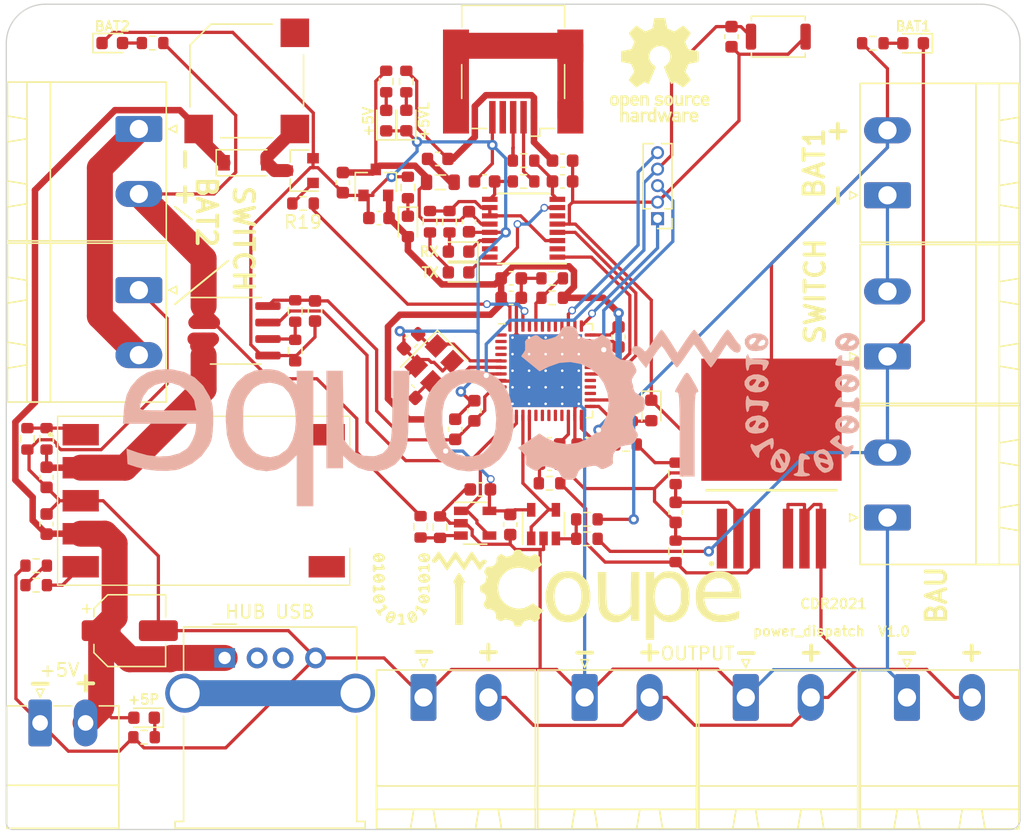
<source format=kicad_pcb>
(kicad_pcb (version 20171130) (host pcbnew "(5.1.12)-1")
  (layers (0 F.Cu signal) (31 B.Cu signal) (34 B.Paste user hide) (35 F.Paste user hide) (36 B.SilkS user hide) (37 F.SilkS user hide) (38 B.Mask user hide) (39 F.Mask user hide) (44 Edge.Cuts user))
  (net 0 "")
  (net 1 +3V3)
  (net 2 NRST)
  (net 3 +3.3VA)
  (net 4 "Net-(D1-Pad2)")
  (net 5 "Net-(F1-Pad1)")
  (net 6 VIPOWER)
  (net 7 +12P)
  (net 8 +BATT)
  (net 9 VILOGIC)
  (net 10 +12V)
  (net 11 +12VA)
  (net 12 GNDBATT)
  (net 13 PWRCMD)
  (net 14 "Net-(R8-Pad2)")
  (net 15 BOOT0)
  (net 16 VVLOGIC)
  (net 17 VVPOWER)
  (net 18 SWO)
  (net 19 SWCLK)
  (net 20 SWDIO)
  (net 21 USB_D+)
  (net 22 USB_D-)
  (net 23 HSE_OUT)
  (net 24 HSE_IN)
  (net 25 +5VL)
  (net 26 "Net-(BZ1-Pad2)")
  (net 27 +5VP)
  (net 28 "Net-(D4-Pad1)")
  (net 29 /TRIM)
  (net 30 "Net-(Q1-Pad1)")
  (net 31 BUZZER)
  (net 32 "Net-(R17-Pad2)")
  (net 33 "Net-(D2-Pad2)")
  (net 34 "Net-(D7-Pad1)")
  (net 35 "Net-(D3-Pad1)")
  (net 36 "Net-(D4-Pad2)")
  (net 37 "Net-(IC1-Pad7)")
  (net 38 "Net-(IC1-Pad6)")
  (net 39 "Net-(IC1-Pad1)")
  (net 40 "Net-(J6-Pad6)")
  (net 41 "Net-(J6-Pad4)")
  (net 42 "Net-(R6-Pad2)")
  (net 43 "Net-(R10-Pad1)")
  (net 44 "Net-(J1-Pad1)")
  (net 45 GND)
  (net 46 "Net-(IC2-Pad3)")
  (net 47 "Net-(C8-Pad1)")
  (net 48 "Net-(J15-Pad5)")
  (net 49 "Net-(J15-Pad2)")
  (net 50 "Net-(J15-Pad3)")
  (net 51 "Net-(U2-Pad45)")
  (net 52 "Net-(U2-Pad43)")
  (net 53 "Net-(U2-Pad42)")
  (net 54 "Net-(U2-Pad41)")
  (net 55 "Net-(U2-Pad40)")
  (net 56 "Net-(U2-Pad38)")
  (net 57 "Net-(U2-Pad33)")
  (net 58 "Net-(U2-Pad32)")
  (net 59 "Net-(U2-Pad29)")
  (net 60 "Net-(U2-Pad28)")
  (net 61 "Net-(U2-Pad27)")
  (net 62 "Net-(U2-Pad21)")
  (net 63 "Net-(U2-Pad20)")
  (net 64 "Net-(U2-Pad19)")
  (net 65 "Net-(U2-Pad18)")
  (net 66 "Net-(U2-Pad17)")
  (net 67 "Net-(U2-Pad4)")
  (net 68 "Net-(U2-Pad3)")
  (net 69 "Net-(U2-Pad2)")
  (net 70 "Net-(U2-Pad1)")
  (net 71 +5V)
  (net 72 "Net-(C6-Pad1)")
  (net 73 "Net-(C23-Pad1)")
  (net 74 "Net-(C25-Pad1)")
  (net 75 UART_RX)
  (net 76 UART_TX)
  (net 77 "Net-(U3-Pad6)")
  (net 78 "Net-(U3-Pad2)")
  (net 79 "Net-(D5-Pad2)")
  (net 80 CBUS2)
  (net 81 "Net-(D6-Pad2)")
  (net 82 VCCIO)
  (net 83 CBUS1)
  (net 84 "Net-(U2-Pad12)")
  (net 85 "Net-(U2-Pad11)")
  (net 86 "Net-(U2-Pad10)")
  (net 87 "Net-(D9-Pad2)")
  (net 88 LED0)
  (net 89 "Net-(D10-Pad2)")
  (net 90 "Net-(U3-Pad15)")
  (net 91 "Net-(U3-Pad16)")
  (module Resistor_SMD:R_0603_1608Metric (layer F.Cu) (at 114.832 81.3316 180)
    (fp_text reference R19 (at 0 -1.43) (layer F.SilkS))
    (fp_text value 470R)
    (pad 2 smd roundrect (at 0.825 0 180) (size 0.8 0.95) (layers F.Cu F.Paste F.Mask) (net 30 "Net-(Q1-Pad1)"))
    (pad 1 smd roundrect (at -0.825 0 180) (size 0.8 0.95) (layers F.Cu F.Paste F.Mask) (net 31 BUZZER))
  )
  (module Resistor_SMD:R_0603_1608Metric (layer F.Cu) (at 131.8 78.035)
    (fp_text reference R16 hide)
    (fp_text value 27R)
    (pad 2 smd roundrect (at 0.825 0) (size 0.8 0.95) (layers F.Cu F.Paste F.Mask) (net 74 "Net-(C25-Pad1)"))
    (pad 1 smd roundrect (at -0.825 0) (size 0.8 0.95) (layers F.Cu F.Paste F.Mask) (net 21 USB_D+))
  )
  (module Resistor_SMD:R_0603_1608Metric (layer F.Cu) (at 131.8 79.635 180)
    (fp_text reference R15 hide)
    (fp_text value 27R)
    (pad 2 smd roundrect (at 0.825 0 180) (size 0.8 0.95) (layers F.Cu F.Paste F.Mask) (net 73 "Net-(C23-Pad1)"))
    (pad 1 smd roundrect (at -0.825 0 180) (size 0.8 0.95) (layers F.Cu F.Paste F.Mask) (net 22 USB_D-))
  )
  (module UTCoupe:logo_UTCoupe_Big (layer B.Cu) (at 129.462 97.6384 180)
    (fp_text reference G***_2 hide)
    (fp_text value LOGO hide)
  )
  (module Resistor_SMD:R_0603_1608Metric (layer F.Cu) (at 139.686 99.8736)
    (fp_text reference R21 hide)
    (fp_text value NC)
    (pad 2 smd roundrect (at 0.825 0) (size 0.8 0.95) (layers F.Cu F.Paste F.Mask) (net 13 PWRCMD))
    (pad 1 smd roundrect (at -0.825 0) (size 0.8 0.95) (layers F.Cu F.Paste F.Mask) (net 1 +3V3))
  )
  (module UTCoupe:IPB180N03S4L01 (layer F.Cu) (at 150.874 97.9686)
    (fp_text reference IC2 hide)
    (fp_text value BTS500251TADATMA2 hide)
    (pad 7 smd rect (at 3.81 9.15) (size 0.8 4.6) (layers F.Cu F.Paste F.Mask) (net 7 +12P))
    (pad 6 smd rect (at 2.54 9.15) (size 0.8 4.6) (layers F.Cu F.Paste F.Mask) (net 7 +12P))
    (pad 5 smd rect (at 1.27 9.15) (size 0.8 4.6) (layers F.Cu F.Paste F.Mask) (net 7 +12P))
    (pad 4 smd rect (at 0 0 90) (size 9.4 10.8) (layers F.Cu F.Paste F.Mask) (net 8 +BATT))
    (pad 3 smd rect (at -1.27 9.15) (size 0.8 4.6) (layers F.Cu F.Paste F.Mask) (net 46 "Net-(IC2-Pad3)"))
    (pad 2 smd rect (at -2.54 9.15) (size 0.8 4.6) (layers F.Cu F.Paste F.Mask) (net 47 "Net-(C8-Pad1)"))
    (pad 1 smd rect (at -3.81 9.15) (size 0.8 4.6) (layers F.Cu F.Paste F.Mask) (net 45 GND))
  )
  (module UTCoupe:SRBH06H1A1G (layer F.Cu) (at 107.186 104.204 270)
    (fp_text reference IC1 hide)
    (fp_text value SRBH-06H1A1G hide)
    (pad 7 smd rect (at -5.08 -9.47 270) (size 1.65 2.79) (layers F.Cu F.Paste F.Mask) (net 37 "Net-(IC1-Pad7)"))
    (pad 6 smd rect (at 5.08 -9.47 270) (size 1.65 2.79) (layers F.Cu F.Paste F.Mask) (net 38 "Net-(IC1-Pad6)"))
    (pad 5 smd rect (at 5.08 9.46 270) (size 1.65 2.79) (layers F.Cu F.Paste F.Mask) (net 29 /TRIM))
    (pad 4 smd rect (at 2.54 9.46 270) (size 1.65 2.79) (layers F.Cu F.Paste F.Mask) (net 27 +5VP))
    (pad 3 smd rect (at 0 9.46 270) (size 1.65 2.79) (layers F.Cu F.Paste F.Mask) (net 45 GND))
    (pad 2 smd rect (at -2.54 9.46 270) (size 1.65 2.79) (layers F.Cu F.Paste F.Mask) (net 10 +12V))
    (pad 1 smd rect (at -5.08 9.46 270) (size 1.65 2.79) (layers F.Cu F.Paste F.Mask) (net 39 "Net-(IC1-Pad1)"))
  )
  (module Connector_PinHeader_1.27mm:PinHeader_1x05_P1.27mm_Vertical (layer F.Cu) (at 142.111 82.5 180)
    (fp_text reference J7 hide)
    (fp_text value Conn_01x05)
    (pad 5 thru_hole oval (at 0 5.08 180) (size 1 1) (drill 0.65) (layers *.Cu *.Mask) (net 18 SWO))
    (pad 4 thru_hole oval (at 0 3.81 180) (size 1 1) (drill 0.65) (layers *.Cu *.Mask) (net 2 NRST))
    (pad 3 thru_hole oval (at 0 2.54 180) (size 1 1) (drill 0.65) (layers *.Cu *.Mask) (net 20 SWDIO))
    (pad 2 thru_hole oval (at 0 1.27 180) (size 1 1) (drill 0.65) (layers *.Cu *.Mask) (net 45 GND))
    (pad 1 thru_hole rect (at 0 0 180) (size 1 1) (drill 0.65) (layers *.Cu *.Mask) (net 19 SWCLK))
  )
  (module Capacitor_SMD:CP_Elec_5x5.4 (layer F.Cu) (at 101.5 114.2)
    (fp_text reference C2 hide)
    (fp_text value 100uF/10V)
    (pad 2 smd roundrect (at 2.2 0) (size 3 1.6) (layers F.Cu F.Paste F.Mask) (roundrect_rratio 0.15625) (net 45 GND))
    (pad 1 smd roundrect (at -2.2 0) (size 3 1.6) (layers F.Cu F.Paste F.Mask) (roundrect_rratio 0.15625) (net 27 +5VP))
  )
  (module UTCoupe:logo_UTCoupe_Medium (layer F.Cu) (at 134.288 111.4052)
    (fp_text reference G*** hide)
    (fp_text value LOGO hide)
  )
  (module Resistor_SMD:R_0603_1608Metric (layer F.Cu) (at 93.6226 99.4418 270)
    (fp_text reference R28 hide)
    (fp_text value 10K)
    (pad 2 smd roundrect (at 0.825 0 270) (size 0.8 0.95) (layers F.Cu F.Paste F.Mask) (net 45 GND))
    (pad 1 smd roundrect (at -0.825 0 270) (size 0.8 0.95) (layers F.Cu F.Paste F.Mask) (net 39 "Net-(IC1-Pad1)"))
  )
  (module Resistor_SMD:R_0603_1608Metric (layer F.Cu) (at 95.0958 99.4418 90)
    (fp_text reference R27 hide)
    (fp_text value 10K)
    (pad 2 smd roundrect (at 0.825 0 90) (size 0.8 0.95) (layers F.Cu F.Paste F.Mask) (net 39 "Net-(IC1-Pad1)"))
    (pad 1 smd roundrect (at -0.825 0 90) (size 0.8 0.95) (layers F.Cu F.Paste F.Mask) (net 10 +12V))
  )
  (module LED_SMD:LED_0603_1608Metric (layer F.Cu) (at 161.775 69.0016 180)
    (fp_text reference D4 hide)
    (fp_text value red0603)
    (pad 2 smd roundrect (at 0.7875 0 180) (size 0.875 0.95) (layers F.Cu F.Paste F.Mask) (net 36 "Net-(D4-Pad2)"))
    (pad 1 smd roundrect (at -0.7875 0 180) (size 0.875 0.95) (layers F.Cu F.Paste F.Mask) (net 28 "Net-(D4-Pad1)"))
  )
  (module Resistor_SMD:R_0603_1608Metric (layer F.Cu) (at 140.13 97.2574 270)
    (fp_text reference R26 hide)
    (fp_text value 3K3)
    (pad 2 smd roundrect (at 0.825 0 270) (size 0.8 0.95) (layers F.Cu F.Paste F.Mask) (net 89 "Net-(D10-Pad2)"))
    (pad 1 smd roundrect (at -0.825 0 270) (size 0.8 0.95) (layers F.Cu F.Paste F.Mask) (net 88 LED0))
  )
  (module LED_SMD:LED_0603_1608Metric (layer F.Cu) (at 141.629 97.2574 270)
    (fp_text reference D10 hide)
    (fp_text value green0603)
    (pad 2 smd roundrect (at 0.7875 0 270) (size 0.875 0.95) (layers F.Cu F.Paste F.Mask) (net 89 "Net-(D10-Pad2)"))
    (pad 1 smd roundrect (at -0.7875 0 270) (size 0.875 0.95) (layers F.Cu F.Paste F.Mask) (net 45 GND))
  )
  (module Resistor_SMD:R_0603_1608Metric (layer F.Cu) (at 121.232 71.9458 270)
    (fp_text reference R24 hide)
    (fp_text value 3K3)
    (pad 2 smd roundrect (at 0.825 0 270) (size 0.8 0.95) (layers F.Cu F.Paste F.Mask) (net 87 "Net-(D9-Pad2)"))
    (pad 1 smd roundrect (at -0.825 0 270) (size 0.8 0.95) (layers F.Cu F.Paste F.Mask) (net 71 +5V))
  )
  (module LED_SMD:LED_0603_1608Metric (layer F.Cu) (at 121.232 74.9562 90)
    (fp_text reference D9 hide)
    (fp_text value red0603)
    (pad 2 smd roundrect (at 0.7875 0 90) (size 0.875 0.95) (layers F.Cu F.Paste F.Mask) (net 87 "Net-(D9-Pad2)"))
    (pad 1 smd roundrect (at -0.7875 0 90) (size 0.875 0.95) (layers F.Cu F.Paste F.Mask) (net 45 GND))
  )
  (module Package_DFN_QFN:QFN-48-1EP_7x7mm_P0.5mm_EP5.6x5.6mm_ThermalVias (layer F.Cu) (at 133.5 94.2)
    (fp_text reference U2 hide)
    (fp_text value STM32F411CEUx)
    (pad 49 smd rect (at 0 0) (size 5.6 5.6) (layers B.Cu) (net 45 GND))
    (pad 49 thru_hole circle (at 2.55 2.55) (size 0.5 0.5) (drill 0.2) (layers *.Cu) (net 45 GND))
    (pad 49 thru_hole circle (at 1.275 2.55) (size 0.5 0.5) (drill 0.2) (layers *.Cu) (net 45 GND))
    (pad 49 thru_hole circle (at 0 2.55) (size 0.5 0.5) (drill 0.2) (layers *.Cu) (net 45 GND))
    (pad 49 thru_hole circle (at -1.275 2.55) (size 0.5 0.5) (drill 0.2) (layers *.Cu) (net 45 GND))
    (pad 49 thru_hole circle (at -2.55 2.55) (size 0.5 0.5) (drill 0.2) (layers *.Cu) (net 45 GND))
    (pad 49 thru_hole circle (at 2.55 1.275) (size 0.5 0.5) (drill 0.2) (layers *.Cu) (net 45 GND))
    (pad 49 thru_hole circle (at 1.275 1.275) (size 0.5 0.5) (drill 0.2) (layers *.Cu) (net 45 GND))
    (pad 49 thru_hole circle (at 0 1.275) (size 0.5 0.5) (drill 0.2) (layers *.Cu) (net 45 GND))
    (pad 49 thru_hole circle (at -1.275 1.275) (size 0.5 0.5) (drill 0.2) (layers *.Cu) (net 45 GND))
    (pad 49 thru_hole circle (at -2.55 1.275) (size 0.5 0.5) (drill 0.2) (layers *.Cu) (net 45 GND))
    (pad 49 thru_hole circle (at 2.55 0) (size 0.5 0.5) (drill 0.2) (layers *.Cu) (net 45 GND))
    (pad 49 thru_hole circle (at 1.275 0) (size 0.5 0.5) (drill 0.2) (layers *.Cu) (net 45 GND))
    (pad 49 thru_hole circle (at 0 0) (size 0.5 0.5) (drill 0.2) (layers *.Cu) (net 45 GND))
    (pad 49 thru_hole circle (at -1.275 0) (size 0.5 0.5) (drill 0.2) (layers *.Cu) (net 45 GND))
    (pad 49 thru_hole circle (at -2.55 0) (size 0.5 0.5) (drill 0.2) (layers *.Cu) (net 45 GND))
    (pad 49 thru_hole circle (at 2.55 -1.275) (size 0.5 0.5) (drill 0.2) (layers *.Cu) (net 45 GND))
    (pad 49 thru_hole circle (at 1.275 -1.275) (size 0.5 0.5) (drill 0.2) (layers *.Cu) (net 45 GND))
    (pad 49 thru_hole circle (at 0 -1.275) (size 0.5 0.5) (drill 0.2) (layers *.Cu) (net 45 GND))
    (pad 49 thru_hole circle (at -1.275 -1.275) (size 0.5 0.5) (drill 0.2) (layers *.Cu) (net 45 GND))
    (pad 49 thru_hole circle (at -2.55 -1.275) (size 0.5 0.5) (drill 0.2) (layers *.Cu) (net 45 GND))
    (pad 49 thru_hole circle (at 2.55 -2.55) (size 0.5 0.5) (drill 0.2) (layers *.Cu) (net 45 GND))
    (pad 49 thru_hole circle (at 1.275 -2.55) (size 0.5 0.5) (drill 0.2) (layers *.Cu) (net 45 GND))
    (pad 49 thru_hole circle (at 0 -2.55) (size 0.5 0.5) (drill 0.2) (layers *.Cu) (net 45 GND))
    (pad 49 thru_hole circle (at -1.275 -2.55) (size 0.5 0.5) (drill 0.2) (layers *.Cu) (net 45 GND))
    (pad 49 thru_hole circle (at -2.55 -2.55) (size 0.5 0.5) (drill 0.2) (layers *.Cu) (net 45 GND))
    (pad 49 smd rect (at 0 0) (size 5.6 5.6) (layers F.Cu F.Mask) (net 45 GND))
    (pad 48 smd roundrect (at -2.75 -3.4375) (size 0.25 0.875) (layers F.Cu F.Paste F.Mask) (net 1 +3V3))
    (pad 47 smd roundrect (at -2.25 -3.4375) (size 0.25 0.875) (layers F.Cu F.Paste F.Mask) (net 45 GND))
    (pad 46 smd roundrect (at -1.75 -3.4375) (size 0.25 0.875) (layers F.Cu F.Paste F.Mask) (net 31 BUZZER))
    (pad 45 smd roundrect (at -1.25 -3.4375) (size 0.25 0.875) (layers F.Cu F.Paste F.Mask) (net 51 "Net-(U2-Pad45)"))
    (pad 44 smd roundrect (at -0.75 -3.4375) (size 0.25 0.875) (layers F.Cu F.Paste F.Mask) (net 15 BOOT0))
    (pad 43 smd roundrect (at -0.25 -3.4375) (size 0.25 0.875) (layers F.Cu F.Paste F.Mask) (net 52 "Net-(U2-Pad43)"))
    (pad 42 smd roundrect (at 0.25 -3.4375) (size 0.25 0.875) (layers F.Cu F.Paste F.Mask) (net 53 "Net-(U2-Pad42)"))
    (pad 41 smd roundrect (at 0.75 -3.4375) (size 0.25 0.875) (layers F.Cu F.Paste F.Mask) (net 54 "Net-(U2-Pad41)"))
    (pad 40 smd roundrect (at 1.25 -3.4375) (size 0.25 0.875) (layers F.Cu F.Paste F.Mask) (net 55 "Net-(U2-Pad40)"))
    (pad 39 smd roundrect (at 1.75 -3.4375) (size 0.25 0.875) (layers F.Cu F.Paste F.Mask) (net 18 SWO))
    (pad 38 smd roundrect (at 2.25 -3.4375) (size 0.25 0.875) (layers F.Cu F.Paste F.Mask) (net 56 "Net-(U2-Pad38)"))
    (pad 37 smd roundrect (at 2.75 -3.4375) (size 0.25 0.875) (layers F.Cu F.Paste F.Mask) (net 19 SWCLK))
    (pad 36 smd roundrect (at 3.4375 -2.75) (size 0.875 0.25) (layers F.Cu F.Paste F.Mask) (net 1 +3V3))
    (pad 35 smd roundrect (at 3.4375 -2.25) (size 0.875 0.25) (layers F.Cu F.Paste F.Mask) (net 45 GND))
    (pad 34 smd roundrect (at 3.4375 -1.75) (size 0.875 0.25) (layers F.Cu F.Paste F.Mask) (net 20 SWDIO))
    (pad 33 smd roundrect (at 3.4375 -1.25) (size 0.875 0.25) (layers F.Cu F.Paste F.Mask) (net 57 "Net-(U2-Pad33)"))
    (pad 32 smd roundrect (at 3.4375 -0.75) (size 0.875 0.25) (layers F.Cu F.Paste F.Mask) (net 58 "Net-(U2-Pad32)"))
    (pad 31 smd roundrect (at 3.4375 -0.25) (size 0.875 0.25) (layers F.Cu F.Paste F.Mask) (net 75 UART_RX))
    (pad 30 smd roundrect (at 3.4375 0.25) (size 0.875 0.25) (layers F.Cu F.Paste F.Mask) (net 76 UART_TX))
    (pad 29 smd roundrect (at 3.4375 0.75) (size 0.875 0.25) (layers F.Cu F.Paste F.Mask) (net 59 "Net-(U2-Pad29)"))
    (pad 28 smd roundrect (at 3.4375 1.25) (size 0.875 0.25) (layers F.Cu F.Paste F.Mask) (net 60 "Net-(U2-Pad28)"))
    (pad 27 smd roundrect (at 3.4375 1.75) (size 0.875 0.25) (layers F.Cu F.Paste F.Mask) (net 61 "Net-(U2-Pad27)"))
    (pad 26 smd roundrect (at 3.4375 2.25) (size 0.875 0.25) (layers F.Cu F.Paste F.Mask) (net 88 LED0))
    (pad 25 smd roundrect (at 3.4375 2.75) (size 0.875 0.25) (layers F.Cu F.Paste F.Mask) (net 13 PWRCMD))
    (pad 24 smd roundrect (at 2.75 3.4375) (size 0.25 0.875) (layers F.Cu F.Paste F.Mask) (net 1 +3V3))
    (pad 23 smd roundrect (at 2.25 3.4375) (size 0.25 0.875) (layers F.Cu F.Paste F.Mask) (net 45 GND))
    (pad 22 smd roundrect (at 1.75 3.4375) (size 0.25 0.875) (layers F.Cu F.Paste F.Mask) (net 72 "Net-(C6-Pad1)"))
    (pad 21 smd roundrect (at 1.25 3.4375) (size 0.25 0.875) (layers F.Cu F.Paste F.Mask) (net 62 "Net-(U2-Pad21)"))
    (pad 20 smd roundrect (at 0.75 3.4375) (size 0.25 0.875) (layers F.Cu F.Paste F.Mask) (net 63 "Net-(U2-Pad20)"))
    (pad 19 smd roundrect (at 0.25 3.4375) (size 0.25 0.875) (layers F.Cu F.Paste F.Mask) (net 64 "Net-(U2-Pad19)"))
    (pad 18 smd roundrect (at -0.25 3.4375) (size 0.25 0.875) (layers F.Cu F.Paste F.Mask) (net 65 "Net-(U2-Pad18)"))
    (pad 17 smd roundrect (at -0.75 3.4375) (size 0.25 0.875) (layers F.Cu F.Paste F.Mask) (net 66 "Net-(U2-Pad17)"))
    (pad 16 smd roundrect (at -1.25 3.4375) (size 0.25 0.875) (layers F.Cu F.Paste F.Mask) (net 6 VIPOWER))
    (pad 15 smd roundrect (at -1.75 3.4375) (size 0.25 0.875) (layers F.Cu F.Paste F.Mask) (net 17 VVPOWER))
    (pad 14 smd roundrect (at -2.25 3.4375) (size 0.25 0.875) (layers F.Cu F.Paste F.Mask) (net 16 VVLOGIC))
    (pad 13 smd roundrect (at -2.75 3.4375) (size 0.25 0.875) (layers F.Cu F.Paste F.Mask) (net 9 VILOGIC))
    (pad 12 smd roundrect (at -3.4375 2.75) (size 0.875 0.25) (layers F.Cu F.Paste F.Mask) (net 84 "Net-(U2-Pad12)"))
    (pad 11 smd roundrect (at -3.4375 2.25) (size 0.875 0.25) (layers F.Cu F.Paste F.Mask) (net 85 "Net-(U2-Pad11)"))
    (pad 10 smd roundrect (at -3.4375 1.75) (size 0.875 0.25) (layers F.Cu F.Paste F.Mask) (net 86 "Net-(U2-Pad10)"))
    (pad 9 smd roundrect (at -3.4375 1.25) (size 0.875 0.25) (layers F.Cu F.Paste F.Mask) (net 3 +3.3VA))
    (pad 8 smd roundrect (at -3.4375 0.75) (size 0.875 0.25) (layers F.Cu F.Paste F.Mask) (net 45 GND))
    (pad 7 smd roundrect (at -3.4375 0.25) (size 0.875 0.25) (layers F.Cu F.Paste F.Mask) (net 2 NRST))
    (pad 6 smd roundrect (at -3.4375 -0.25) (size 0.875 0.25) (layers F.Cu F.Paste F.Mask) (net 23 HSE_OUT))
    (pad 5 smd roundrect (at -3.4375 -0.75) (size 0.875 0.25) (layers F.Cu F.Paste F.Mask) (net 24 HSE_IN))
    (pad 4 smd roundrect (at -3.4375 -1.25) (size 0.875 0.25) (layers F.Cu F.Paste F.Mask) (net 67 "Net-(U2-Pad4)"))
    (pad 3 smd roundrect (at -3.4375 -1.75) (size 0.875 0.25) (layers F.Cu F.Paste F.Mask) (net 68 "Net-(U2-Pad3)"))
    (pad 2 smd roundrect (at -3.4375 -2.25) (size 0.875 0.25) (layers F.Cu F.Paste F.Mask) (net 69 "Net-(U2-Pad2)"))
    (pad 1 smd roundrect (at -3.4375 -2.75) (size 0.875 0.25) (layers F.Cu F.Paste F.Mask) (net 70 "Net-(U2-Pad1)"))
  )
  (module Fuse:Fuse_0603_1608Metric (layer F.Cu) (at 125.195 77.9026)
    (fp_text reference F1 hide)
    (fp_text value 100mA)
    (pad 2 smd roundrect (at 0.7875 0) (size 0.875 0.95) (layers F.Cu F.Paste F.Mask) (net 25 +5VL))
    (pad 1 smd roundrect (at -0.7875 0) (size 0.875 0.95) (layers F.Cu F.Paste F.Mask) (net 5 "Net-(F1-Pad1)"))
  )
  (module Inductor_SMD:L_0603_1608Metric (layer F.Cu) (at 125.042 98.7306 270)
    (fp_text reference L1 hide)
    (fp_text value 39nH)
    (pad 1 smd roundrect (at -0.7875 0 270) (size 0.875 0.95) (layers F.Cu F.Paste F.Mask) (net 1 +3V3))
    (pad 2 smd roundrect (at 0.7875 0 270) (size 0.875 0.95) (layers F.Cu F.Paste F.Mask) (net 3 +3.3VA))
  )
  (module Symbol:OSHW-Logo_7.5x8mm_SilkScreen (layer F.Cu) (at 142.2763 71.07)
    (fp_text reference LOGO1 hide)
    (fp_text value Logo_Open_Hardware_Large hide)
  )
  (module Capacitor_SMD:C_0603_1608Metric (layer F.Cu) (at 128.014 97.2828 270)
    (fp_text reference C17 hide)
    (fp_text value 100nF)
    (pad 2 smd roundrect (at 0.775 0 270) (size 0.9 0.95) (layers F.Cu F.Paste F.Mask) (net 3 +3.3VA))
    (pad 1 smd roundrect (at -0.775 0 270) (size 0.9 0.95) (layers F.Cu F.Paste F.Mask) (net 45 GND))
  )
  (module Capacitor_SMD:C_0603_1608Metric (layer F.Cu) (at 95.1 106 90)
    (fp_text reference C26 hide)
    (fp_text value 100nF)
    (pad 2 smd roundrect (at 0.775 0 90) (size 0.9 0.95) (layers F.Cu F.Paste F.Mask) (net 45 GND))
    (pad 1 smd roundrect (at -0.775 0 90) (size 0.9 0.95) (layers F.Cu F.Paste F.Mask) (net 27 +5VP))
  )
  (module Resistor_SMD:R_0603_1608Metric (layer F.Cu) (at 126.1 82.735 90)
    (fp_text reference R22 hide)
    (fp_text value 270R)
    (pad 1 smd roundrect (at -0.825 0 90) (size 0.8 0.95) (layers F.Cu F.Paste F.Mask) (net 79 "Net-(D5-Pad2)"))
    (pad 2 smd roundrect (at 0.825 0 90) (size 0.8 0.95) (layers F.Cu F.Paste F.Mask) (net 82 VCCIO))
  )
  (module Capacitor_SMD:C_0603_1608Metric (layer F.Cu) (at 134.8 79.635)
    (fp_text reference C25 hide)
    (fp_text value 47pF)
    (pad 1 smd roundrect (at -0.775 0) (size 0.9 0.95) (layers F.Cu F.Paste F.Mask) (net 74 "Net-(C25-Pad1)"))
    (pad 2 smd roundrect (at 0.775 0) (size 0.9 0.95) (layers F.Cu F.Paste F.Mask) (net 45 GND))
  )
  (module Resistor_SMD:R_0603_1608Metric (layer F.Cu) (at 124.6 82.735 90)
    (fp_text reference R23 hide)
    (fp_text value 270R)
    (pad 1 smd roundrect (at -0.825 0 90) (size 0.8 0.95) (layers F.Cu F.Paste F.Mask) (net 81 "Net-(D6-Pad2)"))
    (pad 2 smd roundrect (at 0.825 0 90) (size 0.8 0.95) (layers F.Cu F.Paste F.Mask) (net 82 VCCIO))
  )
  (module LED_SMD:LED_0603_1608Metric (layer F.Cu) (at 126.8 86.635 180)
    (fp_text reference D6 hide)
    (fp_text value blue0603)
    (pad 1 smd roundrect (at -0.7875 0 180) (size 0.875 0.95) (layers F.Cu F.Paste F.Mask) (net 80 CBUS2))
    (pad 2 smd roundrect (at 0.7875 0 180) (size 0.875 0.95) (layers F.Cu F.Paste F.Mask) (net 81 "Net-(D6-Pad2)"))
  )
  (module LED_SMD:LED_0603_1608Metric (layer F.Cu) (at 126.8 85.035 180)
    (fp_text reference D5 hide)
    (fp_text value blue0603)
    (pad 1 smd roundrect (at -0.7875 0 180) (size 0.875 0.95) (layers F.Cu F.Paste F.Mask) (net 83 CBUS1))
    (pad 2 smd roundrect (at 0.7875 0 180) (size 0.875 0.95) (layers F.Cu F.Paste F.Mask) (net 79 "Net-(D5-Pad2)"))
  )
  (module Package_SO:SSOP-16_3.9x4.9mm_P0.635mm (layer F.Cu) (at 131.8 83.235 180)
    (fp_text reference U3 hide)
    (fp_text value FT230XS)
    (pad 1 smd rect (at -2.6 -2.2225 180) (size 1.2 0.4) (layers F.Cu F.Paste F.Mask) (net 75 UART_RX))
    (pad 2 smd rect (at -2.6 -1.5875 180) (size 1.2 0.4) (layers F.Cu F.Paste F.Mask) (net 78 "Net-(U3-Pad2)"))
    (pad 3 smd rect (at -2.6 -0.9525 180) (size 1.2 0.4) (layers F.Cu F.Paste F.Mask) (net 82 VCCIO))
    (pad 4 smd rect (at -2.6 -0.3175 180) (size 1.2 0.4) (layers F.Cu F.Paste F.Mask) (net 76 UART_TX))
    (pad 5 smd rect (at -2.6 0.3175 180) (size 1.2 0.4) (layers F.Cu F.Paste F.Mask) (net 45 GND))
    (pad 6 smd rect (at -2.6 0.9525 180) (size 1.2 0.4) (layers F.Cu F.Paste F.Mask) (net 77 "Net-(U3-Pad6)"))
    (pad 7 smd rect (at -2.6 1.5875 180) (size 1.2 0.4) (layers F.Cu F.Paste F.Mask) (net 80 CBUS2))
    (pad 8 smd rect (at -2.6 2.2225 180) (size 1.2 0.4) (layers F.Cu F.Paste F.Mask) (net 74 "Net-(C25-Pad1)"))
    (pad 9 smd rect (at 2.6 2.2225 180) (size 1.2 0.4) (layers F.Cu F.Paste F.Mask) (net 73 "Net-(C23-Pad1)"))
    (pad 10 smd rect (at 2.6 1.5875 180) (size 1.2 0.4) (layers F.Cu F.Paste F.Mask) (net 82 VCCIO))
    (pad 11 smd rect (at 2.6 0.9525 180) (size 1.2 0.4) (layers F.Cu F.Paste F.Mask) (net 82 VCCIO))
    (pad 12 smd rect (at 2.6 0.3175 180) (size 1.2 0.4) (layers F.Cu F.Paste F.Mask) (net 71 +5V))
    (pad 13 smd rect (at 2.6 -0.3175 180) (size 1.2 0.4) (layers F.Cu F.Paste F.Mask) (net 45 GND))
    (pad 14 smd rect (at 2.6 -0.9525 180) (size 1.2 0.4) (layers F.Cu F.Paste F.Mask) (net 83 CBUS1))
    (pad 15 smd rect (at 2.6 -1.5875 180) (size 1.2 0.4) (layers F.Cu F.Paste F.Mask) (net 90 "Net-(U3-Pad15)"))
    (pad 16 smd rect (at 2.6 -2.2225 180) (size 1.2 0.4) (layers F.Cu F.Paste F.Mask) (net 91 "Net-(U3-Pad16)"))
  )
  (module Capacitor_SMD:C_0603_1608Metric (layer F.Cu) (at 128.8 79.635 180)
    (fp_text reference C23 hide)
    (fp_text value 47pF)
    (pad 1 smd roundrect (at -0.775 0 180) (size 0.9 0.95) (layers F.Cu F.Paste F.Mask) (net 73 "Net-(C23-Pad1)"))
    (pad 2 smd roundrect (at 0.775 0 180) (size 0.9 0.95) (layers F.Cu F.Paste F.Mask) (net 45 GND))
  )
  (module Capacitor_SMD:C_0603_1608Metric (layer F.Cu) (at 127.6 82.735 270)
    (fp_text reference C24 hide)
    (fp_text value 100nF)
    (pad 1 smd roundrect (at -0.775 0 270) (size 0.9 0.95) (layers F.Cu F.Paste F.Mask) (net 71 +5V))
    (pad 2 smd roundrect (at 0.775 0 270) (size 0.9 0.95) (layers F.Cu F.Paste F.Mask) (net 45 GND))
  )
  (module Capacitor_SMD:C_0603_1608Metric (layer F.Cu) (at 133.8 99.862 180)
    (fp_text reference C6 hide)
    (fp_text value 4u7)
    (pad 2 smd roundrect (at 0.775 0 180) (size 0.9 0.95) (layers F.Cu F.Paste F.Mask) (net 45 GND))
    (pad 1 smd roundrect (at -0.775 0 180) (size 0.9 0.95) (layers F.Cu F.Paste F.Mask) (net 72 "Net-(C6-Pad1)"))
  )
  (module Capacitor_SMD:C_0603_1608Metric (layer F.Cu) (at 130.849 87.0904 180)
    (fp_text reference C12 hide)
    (fp_text value 4u7)
    (pad 2 smd roundrect (at 0.775 0 180) (size 0.9 0.95) (layers F.Cu F.Paste F.Mask) (net 1 +3V3))
    (pad 1 smd roundrect (at -0.775 0 180) (size 0.9 0.95) (layers F.Cu F.Paste F.Mask) (net 45 GND))
  )
  (module Button_Switch_SMD:SW_Push_SPST_NO_Alps_SKRK (layer F.Cu) (at 151.4 68.4968)
    (fp_text reference SW1 hide)
    (fp_text value SKRKAEE020)
    (pad 1 smd roundrect (at -2.1 0) (size 0.8 2) (layers F.Cu F.Paste F.Mask) (net 2 NRST))
    (pad 2 smd roundrect (at 2.1 0) (size 0.8 2) (layers F.Cu F.Paste F.Mask) (net 45 GND))
  )
  (module Capacitor_SMD:C_0603_1608Metric (layer F.Cu) (at 139.11 91.6 90)
    (fp_text reference C22 hide)
    (fp_text value 100nF)
    (pad 2 smd roundrect (at 0.775 0 90) (size 0.9 0.95) (layers F.Cu F.Paste F.Mask) (net 1 +3V3))
    (pad 1 smd roundrect (at -0.775 0 90) (size 0.9 0.95) (layers F.Cu F.Paste F.Mask) (net 45 GND))
  )
  (module Connector_USB:USB_A_Molex_67643_Horizontal (layer F.Cu) (at 108.8 116.3)
    (fp_text reference J15 hide)
    (fp_text value USB_A)
    (pad 4 thru_hole circle (at 7 0) (size 1.6 1.6) (drill 0.95) (layers *.Cu *.Mask) (net 45 GND))
    (pad 3 thru_hole circle (at 4.5 0) (size 1.6 1.6) (drill 0.95) (layers *.Cu *.Mask) (net 50 "Net-(J15-Pad3)"))
    (pad 2 thru_hole circle (at 2.5 0) (size 1.6 1.6) (drill 0.95) (layers *.Cu *.Mask) (net 49 "Net-(J15-Pad2)"))
    (pad 1 thru_hole rect (at 0 0) (size 1.6 1.5) (drill 0.95) (layers *.Cu *.Mask) (net 27 +5VP))
    (pad 5 thru_hole circle (at 10.07 2.71) (size 3 3) (drill 2.3) (layers *.Cu *.Mask) (net 48 "Net-(J15-Pad5)"))
    (pad 5 thru_hole circle (at -3.07 2.71) (size 3 3) (drill 2.3) (layers *.Cu *.Mask) (net 48 "Net-(J15-Pad5)"))
  )
  (module Buzzer_Beeper:MagneticBuzzer_Kobitone_254-EMB84Q-RO (layer F.Cu) (at 110.5 71.9 90)
    (fp_text reference BZ1 hide)
    (fp_text value MLT-8530)
    (pad 1 smd rect (at -3.7 -3.7) (size 2.195 2.195) (layers F.Cu F.Paste F.Mask) (net 27 +5VP))
    (pad 2 smd rect (at -3.7 3.7) (size 2.195 2.195) (layers F.Cu F.Paste F.Mask) (net 26 "Net-(BZ1-Pad2)"))
    (pad 3 smd rect (at 3.7 3.7) (size 2.195 2.195) (layers F.Cu F.Paste F.Mask))
  )
  (module Diode_SMD:D_SOD-123 (layer F.Cu) (at 110.4 78.2)
    (fp_text reference D8 hide)
    (fp_text value 1N4148W)
    (pad 2 smd rect (at 1.65 0) (size 0.9 1.2) (layers F.Cu F.Paste F.Mask) (net 26 "Net-(BZ1-Pad2)"))
    (pad 1 smd rect (at -1.65 0) (size 0.9 1.2) (layers F.Cu F.Paste F.Mask) (net 27 +5VP))
  )
  (module Resistor_SMD:R_0603_1608Metric (layer F.Cu) (at 94.3 109.2)
    (fp_text reference R11 hide)
    (fp_text value 1K)
    (pad 2 smd roundrect (at 0.825 0) (size 0.8 0.95) (layers F.Cu F.Paste F.Mask) (net 43 "Net-(R10-Pad1)"))
    (pad 1 smd roundrect (at -0.825 0) (size 0.8 0.95) (layers F.Cu F.Paste F.Mask) (net 45 GND))
  )
  (module Connector_USB:USB_Mini-B_Wuerth_65100516121_Horizontal (layer F.Cu) (at 131 72.1 180)
    (fp_text reference J6 hide)
    (fp_text value USB_B_Mini)
    (pad "" np_thru_hole circle (at 2.2 0 180) (size 0.9 0.9) (drill 0.9) (layers *.Cu *.Mask))
    (pad "" np_thru_hole circle (at -2.2 0 180) (size 0.9 0.9) (drill 0.9) (layers *.Cu *.Mask))
    (pad 5 smd rect (at 1.6 -2.6 180) (size 0.5 2.5) (layers F.Cu F.Paste F.Mask) (net 45 GND))
    (pad 4 smd rect (at 0.8 -2.6 180) (size 0.5 2.5) (layers F.Cu F.Paste F.Mask) (net 41 "Net-(J6-Pad4)"))
    (pad 3 smd rect (at 0 -2.6 180) (size 0.5 2.5) (layers F.Cu F.Paste F.Mask) (net 21 USB_D+))
    (pad 2 smd rect (at -0.8 -2.6 180) (size 0.5 2.5) (layers F.Cu F.Paste F.Mask) (net 22 USB_D-))
    (pad 1 smd rect (at -1.6 -2.6 180) (size 0.5 2.5) (layers F.Cu F.Paste F.Mask) (net 25 +5VL))
    (pad 6 smd rect (at 4.4 -2.6 180) (size 2 2.5) (layers F.Cu F.Paste F.Mask) (net 40 "Net-(J6-Pad6)"))
    (pad 6 smd rect (at -4.4 -2.6 180) (size 2 2.5) (layers F.Cu F.Paste F.Mask) (net 40 "Net-(J6-Pad6)"))
    (pad 6 smd rect (at 4.4 2.9 180) (size 2 2.5) (layers F.Cu F.Paste F.Mask) (net 40 "Net-(J6-Pad6)"))
    (pad 6 smd rect (at -4.4 2.9 180) (size 2 2.5) (layers F.Cu F.Paste F.Mask) (net 40 "Net-(J6-Pad6)"))
  )
  (module Package_TO_SOT_SMD:SOT-23 (layer F.Cu) (at 114.6 78.8 180)
    (fp_text reference Q1 hide)
    (fp_text value 2N7002E)
    (pad 3 smd rect (at 1 0 180) (size 0.9 0.8) (layers F.Cu F.Paste F.Mask) (net 26 "Net-(BZ1-Pad2)"))
    (pad 2 smd rect (at -1 0.95 180) (size 0.9 0.8) (layers F.Cu F.Paste F.Mask) (net 45 GND))
    (pad 1 smd rect (at -1 -0.95 180) (size 0.9 0.8) (layers F.Cu F.Paste F.Mask) (net 30 "Net-(Q1-Pad1)"))
  )
  (module Resistor_SMD:R_0603_1608Metric (layer F.Cu) (at 122.9 80.1 90)
    (fp_text reference R14 hide)
    (fp_text value 3K3)
    (pad 2 smd roundrect (at 0.825 0 90) (size 0.8 0.95) (layers F.Cu F.Paste F.Mask) (net 45 GND))
    (pad 1 smd roundrect (at -0.825 0 90) (size 0.8 0.95) (layers F.Cu F.Paste F.Mask) (net 34 "Net-(D7-Pad1)"))
  )
  (module Capacitor_SMD:C_0603_1608Metric (layer F.Cu) (at 147.8 68.4968 270)
    (fp_text reference C15 hide)
    (fp_text value 100nF)
    (pad 2 smd roundrect (at 0.775 0 270) (size 0.9 0.95) (layers F.Cu F.Paste F.Mask) (net 45 GND))
    (pad 1 smd roundrect (at -0.775 0 270) (size 0.9 0.95) (layers F.Cu F.Paste F.Mask) (net 2 NRST))
  )
  (module Package_TO_SOT_SMD:SOT-23-5 (layer F.Cu) (at 128.075 105.935)
    (fp_text reference U1 hide)
    (fp_text value MCP6L01x-xOT)
    (pad 5 smd rect (at 1.1 -0.95) (size 1.06 0.65) (layers F.Cu F.Paste F.Mask) (net 3 +3.3VA))
    (pad 4 smd rect (at 1.1 0.95) (size 1.06 0.65) (layers F.Cu F.Paste F.Mask) (net 16 VVLOGIC))
    (pad 3 smd rect (at -1.1 0.95) (size 1.06 0.65) (layers F.Cu F.Paste F.Mask) (net 42 "Net-(R6-Pad2)"))
    (pad 2 smd rect (at -1.1 0) (size 1.06 0.65) (layers F.Cu F.Paste F.Mask) (net 45 GND))
    (pad 1 smd rect (at -1.1 -0.95) (size 1.06 0.65) (layers F.Cu F.Paste F.Mask) (net 16 VVLOGIC))
  )
  (module Resistor_SMD:R_0603_1608Metric (layer F.Cu) (at 123.875 106.21 270)
    (fp_text reference R6 hide)
    (fp_text value 10K)
    (pad 2 smd roundrect (at 0.825 0 270) (size 0.8 0.95) (layers F.Cu F.Paste F.Mask) (net 42 "Net-(R6-Pad2)"))
    (pad 1 smd roundrect (at -0.825 0 270) (size 0.8 0.95) (layers F.Cu F.Paste F.Mask) (net 11 +12VA))
  )
  (module Capacitor_SMD:C_0603_1608Metric (layer F.Cu) (at 128.475 103.335 180)
    (fp_text reference C4 hide)
    (fp_text value 100nF)
    (pad 2 smd roundrect (at 0.775 0 180) (size 0.9 0.95) (layers F.Cu F.Paste F.Mask) (net 45 GND))
    (pad 1 smd roundrect (at -0.775 0 180) (size 0.9 0.95) (layers F.Cu F.Paste F.Mask) (net 3 +3.3VA))
  )
  (module Resistor_SMD:R_0603_1608Metric (layer F.Cu) (at 125.375 106.235 90)
    (fp_text reference R7 hide)
    (fp_text value 1K5)
    (pad 2 smd roundrect (at 0.825 0 90) (size 0.8 0.95) (layers F.Cu F.Paste F.Mask) (net 45 GND))
    (pad 1 smd roundrect (at -0.825 0 90) (size 0.8 0.95) (layers F.Cu F.Paste F.Mask) (net 42 "Net-(R6-Pad2)"))
  )
  (module Resistor_SMD:R_0603_1608Metric (layer F.Cu) (at 133.8 102.862 180)
    (fp_text reference R2 hide)
    (fp_text value 4K7)
    (pad 2 smd roundrect (at 0.825 0 180) (size 0.8 0.95) (layers F.Cu F.Paste F.Mask) (net 6 VIPOWER))
    (pad 1 smd roundrect (at -0.825 0 180) (size 0.8 0.95) (layers F.Cu F.Paste F.Mask) (net 46 "Net-(IC2-Pad3)"))
  )
  (module Capacitor_SMD:C_0603_1608Metric (layer F.Cu) (at 133.8 101.362)
    (fp_text reference C19 hide)
    (fp_text value 10nF)
    (pad 2 smd roundrect (at 0.775 0) (size 0.9 0.95) (layers F.Cu F.Paste F.Mask) (net 45 GND))
    (pad 1 smd roundrect (at -0.775 0) (size 0.9 0.95) (layers F.Cu F.Paste F.Mask) (net 6 VIPOWER))
  )
  (module Capacitor_SMD:C_0603_1608Metric (layer F.Cu) (at 143.5 105.1 270)
    (fp_text reference C8 hide)
    (fp_text value 220nF)
    (pad 2 smd roundrect (at 0.775 0 270) (size 0.9 0.95) (layers F.Cu F.Paste F.Mask) (net 45 GND))
    (pad 1 smd roundrect (at -0.775 0 270) (size 0.9 0.95) (layers F.Cu F.Paste F.Mask) (net 47 "Net-(C8-Pad1)"))
  )
  (module Capacitor_SMD:C_0603_1608Metric (layer F.Cu) (at 134.8 78.035)
    (fp_text reference C3 hide)
    (fp_text value 4u7)
    (pad 1 smd roundrect (at -0.775 0) (size 0.9 0.95) (layers F.Cu F.Paste F.Mask) (net 25 +5VL))
    (pad 2 smd roundrect (at 0.775 0) (size 0.9 0.95) (layers F.Cu F.Paste F.Mask) (net 45 GND))
  )
  (module Package_TO_SOT_SMD:SOT-23-5 (layer F.Cu) (at 133.337 106.003 90)
    (fp_text reference U8 hide)
    (fp_text value MCP6L01x-xOT)
    (pad 5 smd rect (at 1.1 -0.95 90) (size 1.06 0.65) (layers F.Cu F.Paste F.Mask) (net 3 +3.3VA))
    (pad 4 smd rect (at 1.1 0.95 90) (size 1.06 0.65) (layers F.Cu F.Paste F.Mask) (net 17 VVPOWER))
    (pad 3 smd rect (at -1.1 0.95 90) (size 1.06 0.65) (layers F.Cu F.Paste F.Mask) (net 14 "Net-(R8-Pad2)"))
    (pad 2 smd rect (at -1.1 0 90) (size 1.06 0.65) (layers F.Cu F.Paste F.Mask) (net 45 GND))
    (pad 1 smd rect (at -1.1 -0.95 90) (size 1.06 0.65) (layers F.Cu F.Paste F.Mask) (net 17 VVPOWER))
  )
  (module Capacitor_SMD:C_0603_1608Metric (layer F.Cu) (at 130.775 106.035 270)
    (fp_text reference C18 hide)
    (fp_text value 100nF)
    (pad 2 smd roundrect (at 0.775 0 270) (size 0.9 0.95) (layers F.Cu F.Paste F.Mask) (net 45 GND))
    (pad 1 smd roundrect (at -0.775 0 270) (size 0.9 0.95) (layers F.Cu F.Paste F.Mask) (net 3 +3.3VA))
  )
  (module Inductor_SMD:L_0805_2012Metric (layer F.Cu) (at 125.4 79.7)
    (fp_text reference FB1 hide)
    (fp_text value "100 @ 100MHz")
    (pad 2 smd roundrect (at 1.0625 0) (size 0.875 1.2) (layers F.Cu F.Paste F.Mask) (net 5 "Net-(F1-Pad1)"))
    (pad 1 smd roundrect (at -1.0625 0) (size 0.875 1.2) (layers F.Cu F.Paste F.Mask) (net 71 +5V))
  )
  (module MountingHole:MountingHole_2.2mm_M2 (layer F.Cu) (at 95 114)
    (fp_text reference H4 hide)
    (fp_text value MountingHole)
    (pad 1 np_thru_hole circle (at 0 0) (size 2.2 2.2) (drill 2.2) (layers *.Cu *.Mask))
  )
  (module MountingHole:MountingHole_2.2mm_M2 (layer F.Cu) (at 95 69)
    (fp_text reference H3 hide)
    (fp_text value MountingHole)
    (pad 1 np_thru_hole circle (at 0 0) (size 2.2 2.2) (drill 2.2) (layers *.Cu *.Mask))
  )
  (module MountingHole:MountingHole_2.2mm_M2 (layer F.Cu) (at 167 114)
    (fp_text reference H2 hide)
    (fp_text value MountingHole)
    (pad 1 np_thru_hole circle (at 0 0) (size 2.2 2.2) (drill 2.2) (layers *.Cu *.Mask))
  )
  (module MountingHole:MountingHole_2.2mm_M2 (layer F.Cu) (at 167 69)
    (fp_text reference H1 hide)
    (fp_text value MountingHole)
    (pad 1 np_thru_hole circle (at 0 0) (size 2.2 2.2) (drill 2.2) (layers *.Cu *.Mask))
  )
  (module Package_SO:SOIC-8_3.9x4.9mm_P1.27mm (layer F.Cu) (at 109.656 91.127)
    (fp_text reference U4 hide)
    (fp_text value ACS722xLCTR-10AB)
    (pad 8 smd roundrect (at 2.475 -1.905) (size 1.95 0.6) (layers F.Cu F.Paste F.Mask) (net 3 +3.3VA))
    (pad 7 smd roundrect (at 2.475 -0.635) (size 1.95 0.6) (layers F.Cu F.Paste F.Mask) (net 9 VILOGIC))
    (pad 6 smd roundrect (at 2.475 0.635) (size 1.95 0.6) (layers F.Cu F.Paste F.Mask) (net 32 "Net-(R17-Pad2)"))
    (pad 5 smd roundrect (at 2.475 1.905) (size 1.95 0.6) (layers F.Cu F.Paste F.Mask) (net 45 GND))
    (pad 4 smd roundrect (at -2.475 1.905) (size 1.95 0.6) (layers F.Cu F.Paste F.Mask) (net 10 +12V))
    (pad 3 smd roundrect (at -2.475 0.635) (size 1.95 0.6) (layers F.Cu F.Paste F.Mask) (net 10 +12V))
    (pad 2 smd roundrect (at -2.475 -0.635) (size 1.95 0.6) (layers F.Cu F.Paste F.Mask) (net 11 +12VA))
    (pad 1 smd roundrect (at -2.475 -1.905) (size 1.95 0.6) (layers F.Cu F.Paste F.Mask) (net 11 +12VA))
  )
  (module Resistor_SMD:R_0603_1608Metric (layer F.Cu) (at 114.228 92.651 270)
    (fp_text reference R18 hide)
    (fp_text value 0R)
    (pad 2 smd roundrect (at 0.825 0 270) (size 0.8 0.95) (layers F.Cu F.Paste F.Mask) (net 45 GND))
    (pad 1 smd roundrect (at -0.825 0 270) (size 0.8 0.95) (layers F.Cu F.Paste F.Mask) (net 32 "Net-(R17-Pad2)"))
  )
  (module Resistor_SMD:R_0603_1608Metric (layer F.Cu) (at 114.228 89.603 270)
    (fp_text reference R17 hide)
    (fp_text value NC)
    (pad 2 smd roundrect (at 0.825 0 270) (size 0.8 0.95) (layers F.Cu F.Paste F.Mask) (net 32 "Net-(R17-Pad2)"))
    (pad 1 smd roundrect (at -0.825 0 270) (size 0.8 0.95) (layers F.Cu F.Paste F.Mask) (net 3 +3.3VA))
  )
  (module Capacitor_SMD:C_0603_1608Metric (layer F.Cu) (at 115.752 89.603 270)
    (fp_text reference C9 hide)
    (fp_text value 100nF)
    (pad 2 smd roundrect (at 0.775 0 270) (size 0.9 0.95) (layers F.Cu F.Paste F.Mask) (net 45 GND))
    (pad 1 smd roundrect (at -0.775 0 270) (size 0.9 0.95) (layers F.Cu F.Paste F.Mask) (net 3 +3.3VA))
  )
  (module Package_TO_SOT_SMD:SOT-23 (layer F.Cu) (at 120.433 79.712 90)
    (fp_text reference U5 hide)
    (fp_text value XC6206P332MR)
    (pad 3 smd rect (at 1 0 90) (size 0.9 0.8) (layers F.Cu F.Paste F.Mask) (net 71 +5V))
    (pad 2 smd rect (at -1 0.95 90) (size 0.9 0.8) (layers F.Cu F.Paste F.Mask) (net 1 +3V3))
    (pad 1 smd rect (at -1 -0.95 90) (size 0.9 0.8) (layers F.Cu F.Paste F.Mask) (net 45 GND))
  )
  (module Connector_Phoenix_MC:PhoenixContact_MC_1,5_2-G-3.5_1x02_P3.50mm_Horizontal (layer F.Cu) (at 94.6 121.3)
    (fp_text reference J13 hide)
    (fp_text value Conn_01x02)
    (pad 2 thru_hole oval (at 3.5 0) (size 1.8 3.6) (drill 1.2) (layers *.Cu *.Mask) (net 27 +5VP))
    (pad 1 thru_hole roundrect (at 0 0) (size 1.8 3.6) (drill 1.2) (layers *.Cu *.Mask) (roundrect_rratio 0.1388888888888889) (net 45 GND))
  )
  (module Connector_Phoenix_MSTB:PhoenixContact_MSTBA_2,5_2-G_1x02_P5.00mm_Horizontal (layer F.Cu) (at 159.8 80.7 90)
    (fp_text reference J3 hide)
    (fp_text value Conn_01x02)
    (pad 2 thru_hole oval (at 5 0 90) (size 2 3.6) (drill 1.4) (layers *.Cu *.Mask) (net 8 +BATT))
    (pad 1 thru_hole roundrect (at 0 0 90) (size 2 3.6) (drill 1.4) (layers *.Cu *.Mask) (roundrect_rratio 0.125) (net 12 GNDBATT))
  )
  (module Connector_Phoenix_MSTB:PhoenixContact_MSTBA_2,5_2-G_1x02_P5.00mm_Horizontal (layer F.Cu) (at 161.3 119.34)
    (fp_text reference J11 hide)
    (fp_text value Conn_01x02)
    (pad 2 thru_hole oval (at 5 0) (size 2 3.6) (drill 1.4) (layers *.Cu *.Mask) (net 7 +12P))
    (pad 1 thru_hole roundrect (at 0 0) (size 2 3.6) (drill 1.4) (layers *.Cu *.Mask) (roundrect_rratio 0.125) (net 45 GND))
  )
  (module Connector_Phoenix_MSTB:PhoenixContact_MSTBA_2,5_2-G_1x02_P5.00mm_Horizontal (layer F.Cu) (at 148.9 119.34)
    (fp_text reference J10 hide)
    (fp_text value Conn_01x02)
    (pad 2 thru_hole oval (at 5 0) (size 2 3.6) (drill 1.4) (layers *.Cu *.Mask) (net 7 +12P))
    (pad 1 thru_hole roundrect (at 0 0) (size 2 3.6) (drill 1.4) (layers *.Cu *.Mask) (roundrect_rratio 0.125) (net 45 GND))
  )
  (module Capacitor_SMD:C_0603_1608Metric (layer F.Cu) (at 120.676 82.452 180)
    (fp_text reference C7 hide)
    (fp_text value 10uF)
    (pad 2 smd roundrect (at 0.775 0 180) (size 0.9 0.95) (layers F.Cu F.Paste F.Mask) (net 45 GND))
    (pad 1 smd roundrect (at -0.775 0 180) (size 0.9 0.95) (layers F.Cu F.Paste F.Mask) (net 1 +3V3))
  )
  (module Capacitor_SMD:C_0603_1608Metric (layer F.Cu) (at 117.893 79.725 270)
    (fp_text reference C5 hide)
    (fp_text value 10uF)
    (pad 2 smd roundrect (at 0.775 0 270) (size 0.9 0.95) (layers F.Cu F.Paste F.Mask) (net 45 GND))
    (pad 1 smd roundrect (at -0.775 0 270) (size 0.9 0.95) (layers F.Cu F.Paste F.Mask) (net 71 +5V))
  )
  (module LED_SMD:LED_0603_1608Metric (layer F.Cu) (at 122.9 83.1 270)
    (fp_text reference D7 hide)
    (fp_text value red0603)
    (pad 2 smd roundrect (at 0.7875 0 270) (size 0.875 0.95) (layers F.Cu F.Paste F.Mask) (net 1 +3V3))
    (pad 1 smd roundrect (at -0.7875 0 270) (size 0.875 0.95) (layers F.Cu F.Paste F.Mask) (net 34 "Net-(D7-Pad1)"))
  )
  (module Capacitor_SMD:C_0603_1608Metric (layer F.Cu) (at 122.928 95.744 135)
    (fp_text reference C11 hide)
    (fp_text value 12pF)
    (pad 2 smd roundrect (at 0.775 0 135) (size 0.9 0.95) (layers F.Cu F.Paste F.Mask) (net 45 GND))
    (pad 1 smd roundrect (at -0.775 0 135) (size 0.9 0.95) (layers F.Cu F.Paste F.Mask) (net 23 HSE_OUT))
  )
  (module Resistor_SMD:R_0603_1608Metric (layer F.Cu) (at 122.778 71.9492 270)
    (fp_text reference R1 hide)
    (fp_text value 3K3)
    (pad 2 smd roundrect (at 0.825 0 270) (size 0.8 0.95) (layers F.Cu F.Paste F.Mask) (net 4 "Net-(D1-Pad2)"))
    (pad 1 smd roundrect (at -0.825 0 270) (size 0.8 0.95) (layers F.Cu F.Paste F.Mask) (net 25 +5VL))
  )
  (module LED_SMD:LED_0603_1608Metric (layer F.Cu) (at 122.778 74.9492 90)
    (fp_text reference D1 hide)
    (fp_text value red0603)
    (pad 2 smd roundrect (at 0.7875 0 90) (size 0.875 0.95) (layers F.Cu F.Paste F.Mask) (net 4 "Net-(D1-Pad2)"))
    (pad 1 smd roundrect (at -0.7875 0 90) (size 0.875 0.95) (layers F.Cu F.Paste F.Mask) (net 45 GND))
  )
  (module Resistor_SMD:R_0603_1608Metric (layer F.Cu) (at 134.002 87.0904)
    (fp_text reference R25 hide)
    (fp_text value 10K)
    (pad 2 smd roundrect (at 0.825 0) (size 0.8 0.95) (layers F.Cu F.Paste F.Mask) (net 15 BOOT0))
    (pad 1 smd roundrect (at -0.825 0) (size 0.8 0.95) (layers F.Cu F.Paste F.Mask) (net 45 GND))
  )
  (module Resistor_SMD:R_0603_1608Metric (layer F.Cu) (at 134.002 88.5904)
    (fp_text reference R20 hide)
    (fp_text value NC)
    (pad 2 smd roundrect (at 0.825 0) (size 0.8 0.95) (layers F.Cu F.Paste F.Mask) (net 1 +3V3))
    (pad 1 smd roundrect (at -0.825 0) (size 0.8 0.95) (layers F.Cu F.Paste F.Mask) (net 15 BOOT0))
  )
  (module Crystal:Crystal_SMD_3225-4Pin_3.2x2.5mm (layer F.Cu) (at 124.92 93.672 225)
    (fp_text reference Y1 hide)
    (fp_text value "1C208000BC0K 8MHz")
    (pad 4 smd rect (at -1.1 -0.85 225) (size 1.4 1.2) (layers F.Cu F.Paste F.Mask) (net 45 GND))
    (pad 3 smd rect (at 1.1 -0.85 225) (size 1.4 1.2) (layers F.Cu F.Paste F.Mask) (net 23 HSE_OUT))
    (pad 2 smd rect (at 1.1 0.85 225) (size 1.4 1.2) (layers F.Cu F.Paste F.Mask) (net 45 GND))
    (pad 1 smd rect (at -1.1 0.85 225) (size 1.4 1.2) (layers F.Cu F.Paste F.Mask) (net 24 HSE_IN))
  )
  (module Resistor_SMD:R_0603_1608Metric (layer F.Cu) (at 158.675 69.0016)
    (fp_text reference R5 hide)
    (fp_text value 10K)
    (pad 2 smd roundrect (at 0.825 0) (size 0.8 0.95) (layers F.Cu F.Paste F.Mask) (net 36 "Net-(D4-Pad2)"))
    (pad 1 smd roundrect (at -0.825 0) (size 0.8 0.95) (layers F.Cu F.Paste F.Mask) (net 8 +BATT))
  )
  (module Resistor_SMD:R_0603_1608Metric (layer F.Cu) (at 103.256 68.9856 180)
    (fp_text reference R3 hide)
    (fp_text value 10K)
    (pad 2 smd roundrect (at 0.825 0 180) (size 0.8 0.95) (layers F.Cu F.Paste F.Mask) (net 33 "Net-(D2-Pad2)"))
    (pad 1 smd roundrect (at -0.825 0 180) (size 0.8 0.95) (layers F.Cu F.Paste F.Mask) (net 11 +12VA))
  )
  (module Resistor_SMD:R_0603_1608Metric (layer F.Cu) (at 143.5 108.1 270)
    (fp_text reference R13 hide)
    (fp_text value 1K)
    (pad 2 smd roundrect (at 0.825 0 270) (size 0.8 0.95) (layers F.Cu F.Paste F.Mask) (net 46 "Net-(IC2-Pad3)"))
    (pad 1 smd roundrect (at -0.825 0 270) (size 0.8 0.95) (layers F.Cu F.Paste F.Mask) (net 45 GND))
  )
  (module Resistor_SMD:R_0603_1608Metric (layer F.Cu) (at 143.5 102.1 90)
    (fp_text reference R12 hide)
    (fp_text value 4K7)
    (pad 2 smd roundrect (at 0.825 0 90) (size 0.8 0.95) (layers F.Cu F.Paste F.Mask) (net 13 PWRCMD))
    (pad 1 smd roundrect (at -0.825 0 90) (size 0.8 0.95) (layers F.Cu F.Paste F.Mask) (net 47 "Net-(C8-Pad1)"))
  )
  (module Resistor_SMD:R_0603_1608Metric (layer F.Cu) (at 94.3 110.7)
    (fp_text reference R10 hide)
    (fp_text value 3K3)
    (pad 2 smd roundrect (at 0.825 0) (size 0.8 0.95) (layers F.Cu F.Paste F.Mask) (net 29 /TRIM))
    (pad 1 smd roundrect (at -0.825 0) (size 0.8 0.95) (layers F.Cu F.Paste F.Mask) (net 43 "Net-(R10-Pad1)"))
  )
  (module Resistor_SMD:R_0603_1608Metric (layer F.Cu) (at 102.6 122.4)
    (fp_text reference R4 hide)
    (fp_text value 2K2)
    (pad 2 smd roundrect (at 0.825 0) (size 0.8 0.95) (layers F.Cu F.Paste F.Mask) (net 35 "Net-(D3-Pad1)"))
    (pad 1 smd roundrect (at -0.825 0) (size 0.8 0.95) (layers F.Cu F.Paste F.Mask) (net 45 GND))
  )
  (module Resistor_SMD:R_0603_1608Metric (layer F.Cu) (at 136.675 107.135)
    (fp_text reference R9 hide)
    (fp_text value 1K5)
    (pad 2 smd roundrect (at 0.825 0) (size 0.8 0.95) (layers F.Cu F.Paste F.Mask) (net 28 "Net-(D4-Pad1)"))
    (pad 1 smd roundrect (at -0.825 0) (size 0.8 0.95) (layers F.Cu F.Paste F.Mask) (net 14 "Net-(R8-Pad2)"))
  )
  (module Resistor_SMD:R_0603_1608Metric (layer F.Cu) (at 136.675 105.635 180)
    (fp_text reference R8 hide)
    (fp_text value 10K)
    (pad 2 smd roundrect (at 0.825 0 180) (size 0.8 0.95) (layers F.Cu F.Paste F.Mask) (net 14 "Net-(R8-Pad2)"))
    (pad 1 smd roundrect (at -0.825 0 180) (size 0.8 0.95) (layers F.Cu F.Paste F.Mask) (net 8 +BATT))
  )
  (module Connector_Phoenix_MSTB:PhoenixContact_MSTBA_2,5_2-G_1x02_P5.00mm_Horizontal (layer F.Cu) (at 159.8 105.5 90)
    (fp_text reference J5 hide)
    (fp_text value Conn_01x02)
    (pad 2 thru_hole oval (at 5 0 90) (size 2 3.6) (drill 1.4) (layers *.Cu *.Mask) (net 28 "Net-(D4-Pad1)"))
    (pad 1 thru_hole roundrect (at 0 0 90) (size 2 3.6) (drill 1.4) (layers *.Cu *.Mask) (roundrect_rratio 0.125) (net 45 GND))
  )
  (module Connector_Phoenix_MSTB:PhoenixContact_MSTBA_2,5_2-G_1x02_P5.00mm_Horizontal (layer F.Cu) (at 124.1 119.34)
    (fp_text reference J8 hide)
    (fp_text value Conn_01x02)
    (pad 2 thru_hole oval (at 5 0) (size 2 3.6) (drill 1.4) (layers *.Cu *.Mask) (net 7 +12P))
    (pad 1 thru_hole roundrect (at 0 0) (size 2 3.6) (drill 1.4) (layers *.Cu *.Mask) (roundrect_rratio 0.125) (net 45 GND))
  )
  (module Connector_Phoenix_MSTB:PhoenixContact_MSTBA_2,5_2-G_1x02_P5.00mm_Horizontal (layer F.Cu) (at 136.5 119.34)
    (fp_text reference J9 hide)
    (fp_text value Conn_01x02)
    (pad 2 thru_hole oval (at 5 0) (size 2 3.6) (drill 1.4) (layers *.Cu *.Mask) (net 7 +12P))
    (pad 1 thru_hole roundrect (at 0 0) (size 2 3.6) (drill 1.4) (layers *.Cu *.Mask) (roundrect_rratio 0.125) (net 45 GND))
  )
  (module Connector_Phoenix_MSTB:PhoenixContact_MSTBA_2,5_2-G_1x02_P5.00mm_Horizontal (layer F.Cu) (at 102.2 88 270)
    (fp_text reference J2 hide)
    (fp_text value Conn_01x02)
    (pad 2 thru_hole oval (at 5 0 270) (size 2 3.6) (drill 1.4) (layers *.Cu *.Mask) (net 44 "Net-(J1-Pad1)"))
    (pad 1 thru_hole roundrect (at 0 0 270) (size 2 3.6) (drill 1.4) (layers *.Cu *.Mask) (roundrect_rratio 0.125) (net 45 GND))
  )
  (module Connector_Phoenix_MSTB:PhoenixContact_MSTBA_2,5_2-G_1x02_P5.00mm_Horizontal (layer F.Cu) (at 102.2 75.6 270)
    (fp_text reference J1 hide)
    (fp_text value Conn_01x02)
    (pad 2 thru_hole oval (at 5 0 270) (size 2 3.6) (drill 1.4) (layers *.Cu *.Mask) (net 11 +12VA))
    (pad 1 thru_hole roundrect (at 0 0 270) (size 2 3.6) (drill 1.4) (layers *.Cu *.Mask) (roundrect_rratio 0.125) (net 44 "Net-(J1-Pad1)"))
  )
  (module Connector_Phoenix_MSTB:PhoenixContact_MSTBA_2,5_2-G_1x02_P5.00mm_Horizontal (layer F.Cu) (at 159.8 93.1 90)
    (fp_text reference J4 hide)
    (fp_text value Conn_01x02)
    (pad 2 thru_hole oval (at 5 0 90) (size 2 3.6) (drill 1.4) (layers *.Cu *.Mask) (net 12 GNDBATT))
    (pad 1 thru_hole roundrect (at 0 0 90) (size 2 3.6) (drill 1.4) (layers *.Cu *.Mask) (roundrect_rratio 0.125) (net 28 "Net-(D4-Pad1)"))
  )
  (module LED_SMD:LED_0603_1608Metric (layer F.Cu) (at 100.156 68.9856)
    (fp_text reference D2 hide)
    (fp_text value red0603)
    (pad 2 smd roundrect (at 0.7875 0) (size 0.875 0.95) (layers F.Cu F.Paste F.Mask) (net 33 "Net-(D2-Pad2)"))
    (pad 1 smd roundrect (at -0.7875 0) (size 0.875 0.95) (layers F.Cu F.Paste F.Mask) (net 45 GND))
  )
  (module LED_SMD:LED_0603_1608Metric (layer F.Cu) (at 102.6 120.9 180)
    (fp_text reference D3 hide)
    (fp_text value red0603)
    (pad 2 smd roundrect (at 0.7875 0 180) (size 0.875 0.95) (layers F.Cu F.Paste F.Mask) (net 27 +5VP))
    (pad 1 smd roundrect (at -0.7875 0 180) (size 0.875 0.95) (layers F.Cu F.Paste F.Mask) (net 35 "Net-(D3-Pad1)"))
  )
  (module Capacitor_SMD:C_0603_1608Metric (layer F.Cu) (at 123.142 91.934 45)
    (fp_text reference C10 hide)
    (fp_text value 12pF)
    (pad 2 smd roundrect (at 0.775 0 45) (size 0.9 0.95) (layers F.Cu F.Paste F.Mask) (net 24 HSE_IN))
    (pad 1 smd roundrect (at -0.775 0 45) (size 0.9 0.95) (layers F.Cu F.Paste F.Mask) (net 45 GND))
  )
  (module Capacitor_SMD:C_0603_1608Metric (layer F.Cu) (at 95.1 102.4 270)
    (fp_text reference C1 hide)
    (fp_text value 100nF)
    (pad 2 smd roundrect (at 0.775 0 270) (size 0.9 0.95) (layers F.Cu F.Paste F.Mask) (net 45 GND))
    (pad 1 smd roundrect (at -0.775 0 270) (size 0.9 0.95) (layers F.Cu F.Paste F.Mask) (net 10 +12V))
  )
  (module Capacitor_SMD:C_0603_1608Metric (layer F.Cu) (at 126.541 98.7052 270)
    (fp_text reference C16 hide)
    (fp_text value 1u)
    (pad 2 smd roundrect (at 0.775 0 270) (size 0.9 0.95) (layers F.Cu F.Paste F.Mask) (net 3 +3.3VA))
    (pad 1 smd roundrect (at -0.775 0 270) (size 0.9 0.95) (layers F.Cu F.Paste F.Mask) (net 45 GND))
  )
  (module Capacitor_SMD:C_0603_1608Metric (layer F.Cu) (at 130.849 88.5904 180)
    (fp_text reference C14 hide)
    (fp_text value 100nF)
    (pad 2 smd roundrect (at 0.775 0 180) (size 0.9 0.95) (layers F.Cu F.Paste F.Mask) (net 1 +3V3))
    (pad 1 smd roundrect (at -0.775 0 180) (size 0.9 0.95) (layers F.Cu F.Paste F.Mask) (net 45 GND))
  )
  (module Capacitor_SMD:C_0603_1608Metric (layer F.Cu) (at 136.7 99.862)
    (fp_text reference C13 hide)
    (fp_text value 100nF)
    (pad 2 smd roundrect (at 0.775 0) (size 0.9 0.95) (layers F.Cu F.Paste F.Mask) (net 1 +3V3))
    (pad 1 smd roundrect (at -0.775 0) (size 0.9 0.95) (layers F.Cu F.Paste F.Mask) (net 45 GND))
  )
  (gr_text "HUB USB" (at 112.2789 112.7514) (layer F.SilkS) (effects (font (size 1 1))))
  (gr_text +5V (at 96.0864 117.2345) (layer F.SilkS) (effects (font (size 1 1))))
  (gr_text OUTPUT (at 145.1846 115.9645) (layer F.SilkS) (effects (font (size 1 1))))
  (gr_text + (at 98.1184 118.1489) (layer F.SilkS) (effects (font (size 1.5 1.5) (thickness 0.3))))
  (gr_text - (at 94.6005 118.3902 180) (layer F.SilkS) (effects (font (size 1.5 1.5) (thickness 0.3))))
  (gr_text + (at 166.2793 115.7994) (layer F.SilkS) (effects (font (size 1.5 1.5) (thickness 0.3))))
  (gr_text - (at 161.2882 116.028 180) (layer F.SilkS) (effects (font (size 1.5 1.5) (thickness 0.3))))
  (gr_text + (at 153.9222 115.7994) (layer F.SilkS) (effects (font (size 1.5 1.5) (thickness 0.3))))
  (gr_text - (at 148.9311 116.028 180) (layer F.SilkS) (effects (font (size 1.5 1.5) (thickness 0.3))))
  (gr_text + (at 141.5016 115.774) (layer F.SilkS) (effects (font (size 1.5 1.5) (thickness 0.3))))
  (gr_text - (at 136.5105 116.0026 180) (layer F.SilkS) (effects (font (size 1.5 1.5) (thickness 0.3))))
  (gr_text + (at 129.0937 115.7486) (layer F.SilkS) (effects (font (size 1.5 1.5) (thickness 0.3))))
  (gr_text - (at 124.128 115.9391 180) (layer F.SilkS) (effects (font (size 1.5 1.5) (thickness 0.3))))
  (gr_text + (at 105.8527 80.6458 270) (layer F.SilkS) (effects (font (size 1.5 1.5) (thickness 0.3))))
  (gr_text - (at 105.6368 77.9407 90) (layer F.SilkS) (effects (font (size 1.5 1.5) (thickness 0.3))))
  (gr_text - (at 156.0939 80.722 270) (layer F.SilkS) (effects (font (size 1.5 1.5) (thickness 0.3))))
  (gr_text + (at 155.878 75.769 90) (layer F.SilkS) (effects (font (size 1.5 1.5) (thickness 0.3))))
  (gr_text BAU (at 163.5615 111.4687 90) (layer F.SilkS) (effects (font (size 1.5 1.5) (thickness 0.3))))
  (gr_text SWITCH (at 154.2397 88.088 90) (layer F.SilkS) (effects (font (size 1.5 1.5) (thickness 0.3))))
  (gr_text SWITCH (at 110.2469 84.0494 -90) (layer F.SilkS) (effects (font (size 1.5 1.5) (thickness 0.3))))
  (gr_text BAT1 (at 154.1635 78.2455 90) (layer F.SilkS) (effects (font (size 1.5 1.5) (thickness 0.3))))
  (gr_text BAT2 (at 107.4021 81.992 270) (layer F.SilkS) (effects (font (size 1.5 1.5) (thickness 0.3))))
  (gr_text TX (at 124.6106 86.6402) (layer F.SilkS) (effects (font (size 0.75 0.75))))
  (gr_text RX (at 124.5344 85.04) (layer F.SilkS) (effects (font (size 0.75 0.75))))
  (gr_text +5VL (at 124.1407 74.9943 90) (layer F.SilkS) (effects (font (size 0.75 0.75))))
  (gr_text +5V (at 119.8481 75.0451 90) (layer F.SilkS) (effects (font (size 0.75 0.75))))
  (gr_text +5P (at 102.5634 119.4951) (layer F.SilkS) (effects (font (size 0.75 0.75))))
  (gr_text V1.0 (at 160.2976 114.2627) (layer F.SilkS) (effects (font (size 0.75 0.75))))
  (gr_text power_dispatch (at 153.7571 114.2373) (layer F.SilkS) (effects (font (size 0.75 0.75))))
  (gr_text CDR2021 (at 155.6494 112.1418) (layer F.SilkS) (effects (font (size 0.75 0.75))))
  (gr_text BAT1 (at 161.7708 67.6918) (layer F.SilkS) (effects (font (size 0.75 0.75))))
  (gr_text BAT2 (at 100.1504 67.7045) (layer F.SilkS) (effects (font (size 0.75 0.75))))
  (gr_line (start 106.2718 82.5635) (end 104.9764 81.5856) (layer F.SilkS) (width 0.15))
  (gr_line (start 109.0531 85.7512) (end 104.9764 89.0786) (layer F.SilkS) (width 0.15))
  (gr_line (start 167 66) (end 95 66) (layer Edge.Cuts) (width 0.1))
  (gr_line (start 92 69) (end 92 129) (layer Edge.Cuts) (width 0.1))
  (gr_line (start 170 128.75) (end 170 69) (layer Edge.Cuts) (width 0.1))
  (gr_line (start 92.5 129.5) (end 169.25 129.5) (layer Edge.Cuts) (width 0.1))
  (gr_arc (start 92.5 129) (end 92 129) (angle -90) (layer Edge.Cuts) (width 0.1))
  (gr_arc (start 169.25 128.75) (end 169.25 129.5) (angle -90) (layer Edge.Cuts) (width 0.1))
  (gr_arc (start 167 69) (end 170 69) (angle -90) (layer Edge.Cuts) (width 0.1))
  (gr_arc (start 95 69) (end 95 66) (angle -90) (layer Edge.Cuts) (width 0.1))
  (via (at 126.97788 95.80452) (size 0.8) (drill 0.4) (layers F.Cu B.Cu) (net 45))
  (via (at 122.28396 91.15632) (size 0.8) (drill 0.4) (layers F.Cu B.Cu) (net 45))
  (segment (start 138.8545 99.8678) (end 138.8552 99.8678) (width 0.25) (layer F.Cu) (net 1))
  (segment (start 138.8552 99.8678) (end 138.861 99.8736) (width 0.25) (layer F.Cu) (net 1))
  (segment (start 138.8545 99.8678) (end 138.86 99.8736) (width 0.25) (layer F.Cu) (net 1))
  (segment (start 137.475 99.862) (end 138.849 99.862) (width 0.25) (layer F.Cu) (net 1))
  (segment (start 138.849 99.862) (end 138.8545 99.8678) (width 0.25) (layer F.Cu) (net 1))
  (segment (start 136.938 91.45) (end 136.9375 91.45) (width 0.25) (layer F.Cu) (net 1))
  (segment (start 136.938 91.45) (end 138.485 91.45) (width 0.25) (layer F.Cu) (net 1))
  (segment (start 138.485 91.45) (end 139.11 90.825) (width 0.25) (layer F.Cu) (net 1))
  (segment (start 121.451 80.78) (end 121.59 80.919) (width 0.25) (layer F.Cu) (net 1))
  (segment (start 121.383 80.712) (end 121.451 80.78) (width 0.25) (layer F.Cu) (net 1))
  (segment (start 130.074 87.1456) (end 130.074 87.0904) (width 0.5) (layer F.Cu) (net 1))
  (segment (start 130.074 88.5904) (end 130.074 87.1456) (width 0.5) (layer F.Cu) (net 1))
  (segment (start 139.114 89.7644) (end 139.114 90.8206) (width 0.5) (layer F.Cu) (net 1))
  (segment (start 139.114 90.8206) (end 139.11 90.825) (width 0.5) (layer F.Cu) (net 1))
  (segment (start 134.827 88.5904) (end 137.94 88.5904) (width 0.5) (layer F.Cu) (net 1))
  (segment (start 137.94 88.5904) (end 139.114 89.7644) (width 0.5) (layer F.Cu) (net 1))
  (segment (start 137.565 98.756) (end 139.114 97.2066) (width 0.5) (layer B.Cu) (net 1))
  (segment (start 139.114 97.2066) (end 139.114 89.7644) (width 0.5) (layer B.Cu) (net 1))
  (segment (start 137.565 98.756) (end 137.565 99.7724) (width 0.5) (layer F.Cu) (net 1))
  (segment (start 137.565 99.7724) (end 137.475 99.862) (width 0.5) (layer F.Cu) (net 1))
  (segment (start 122.9 83.8875) (end 122.9 84.9433) (width 0.5) (layer F.Cu) (net 1))
  (segment (start 122.9 84.9433) (end 125.517 87.56) (width 0.5) (layer F.Cu) (net 1))
  (segment (start 125.517 87.56) (end 129.605 87.56) (width 0.5) (layer F.Cu) (net 1))
  (segment (start 129.605 87.56) (end 130.074 87.0904) (width 0.5) (layer F.Cu) (net 1))
  (segment (start 130.074 87.0904) (end 130.999 86.1654) (width 0.5) (layer F.Cu) (net 1))
  (segment (start 130.999 86.1654) (end 135.296 86.1654) (width 0.5) (layer F.Cu) (net 1))
  (segment (start 135.296 86.1654) (end 135.677 86.5462) (width 0.5) (layer F.Cu) (net 1))
  (segment (start 135.677 86.5462) (end 135.677 87.7404) (width 0.5) (layer F.Cu) (net 1))
  (segment (start 135.677 87.7404) (end 134.827 88.5904) (width 0.5) (layer F.Cu) (net 1))
  (segment (start 136.25 97.6375) (end 136.25 98.637) (width 0.25) (layer F.Cu) (net 1))
  (segment (start 136.25 98.637) (end 137.475 99.862) (width 0.25) (layer F.Cu) (net 1))
  (segment (start 130.75 90.7625) (end 130.75 89.2662) (width 0.25) (layer F.Cu) (net 1))
  (segment (start 130.75 89.2662) (end 130.074 88.5904) (width 0.25) (layer F.Cu) (net 1))
  (segment (start 130.074 87.1456) (end 130.074 87.0904) (width 0.5) (layer F.Cu) (net 1))
  (segment (start 130.068 87.084) (end 130.074 87.0904) (width 0.5) (layer F.Cu) (net 1))
  (segment (start 121.451 82.452) (end 121.464 82.452) (width 0.5) (layer F.Cu) (net 1))
  (segment (start 121.464 82.452) (end 122.9 83.8875) (width 0.5) (layer F.Cu) (net 1))
  (segment (start 121.451 82.452) (end 121.451 80.78) (width 0.5) (layer F.Cu) (net 1))
  (segment (start 121.451 80.78) (end 121.383 80.712) (width 0.5) (layer F.Cu) (net 1))
  (via (at 139.114 89.7644) (size 0.8) (layers F.Cu B.Cu) (net 1))
  (via (at 137.565 98.756) (size 0.8) (layers F.Cu B.Cu) (net 1))
  (segment (start 121.369 96.3566) (end 122.956 97.9431) (width 0.5) (layer F.Cu) (net 1))
  (segment (start 122.956 97.9431) (end 125.042 97.9431) (width 0.5) (layer F.Cu) (net 1))
  (segment (start 121.369 90.813278) (end 121.369 96.3566) (width 0.5) (layer F.Cu) (net 1))
  (segment (start 129.248 89.8914) (end 122.290878 89.8914) (width 0.5) (layer F.Cu) (net 1))
  (segment (start 130.074 89.0654) (end 129.248 89.8914) (width 0.5) (layer F.Cu) (net 1))
  (segment (start 122.290878 89.8914) (end 121.369 90.813278) (width 0.5) (layer F.Cu) (net 1))
  (segment (start 130.074 88.5904) (end 130.074 89.0654) (width 0.5) (layer F.Cu) (net 1))
  (segment (start 130.062 94.45) (end 130.0625 94.45) (width 0.25) (layer F.Cu) (net 2))
  (segment (start 130.062 94.45) (end 129.042 94.45) (width 0.25) (layer F.Cu) (net 2))
  (segment (start 129.042 94.45) (end 128.929 94.563) (width 0.25) (layer F.Cu) (net 2))
  (segment (start 128.929 94.563) (end 128.929 92.152) (width 0.25) (layer B.Cu) (net 2))
  (segment (start 128.929 92.152) (end 130.767 90.3132) (width 0.25) (layer B.Cu) (net 2))
  (segment (start 130.767 90.3132) (end 135.671 90.3132) (width 0.25) (layer B.Cu) (net 2))
  (segment (start 135.671 90.3132) (end 141.063 84.9216) (width 0.25) (layer B.Cu) (net 2))
  (segment (start 141.063 84.9216) (end 141.063 79.7386) (width 0.25) (layer B.Cu) (net 2))
  (segment (start 141.063 79.7386) (end 142.111 78.69) (width 0.25) (layer B.Cu) (net 2))
  (segment (start 147.8 67.7218) (end 146.628 67.7218) (width 0.25) (layer F.Cu) (net 2))
  (segment (start 146.628 67.7218) (end 143.185 71.1644) (width 0.25) (layer F.Cu) (net 2))
  (segment (start 143.185 71.1644) (end 143.185 77.616) (width 0.25) (layer F.Cu) (net 2))
  (segment (start 143.185 77.616) (end 142.111 78.69) (width 0.25) (layer F.Cu) (net 2))
  (segment (start 147.8 67.7218) (end 148.525 67.7218) (width 0.25) (layer F.Cu) (net 2))
  (segment (start 148.525 67.7218) (end 149.3 68.4968) (width 0.25) (layer F.Cu) (net 2))
  (via (at 128.929 94.563) (size 0.6) (layers F.Cu B.Cu) (net 2))
  (segment (start 130.062 95.45) (end 130.0625 95.45) (width 0.25) (layer F.Cu) (net 3))
  (segment (start 130.062 95.45) (end 129.577 95.45) (width 0.25) (layer F.Cu) (net 3))
  (segment (start 129.577 95.45) (end 128.814 96.2128) (width 0.25) (layer F.Cu) (net 3))
  (segment (start 128.814 96.2128) (end 128.814 97.2578) (width 0.25) (layer F.Cu) (net 3))
  (segment (start 128.814 97.2578) (end 128.014 98.0578) (width 0.25) (layer F.Cu) (net 3))
  (segment (start 115.752 88.828) (end 116.74 88.828) (width 0.25) (layer F.Cu) (net 3))
  (segment (start 116.74 88.828) (end 120.496 92.5838) (width 0.25) (layer F.Cu) (net 3))
  (segment (start 120.496 92.5838) (end 120.496 97.2828) (width 0.25) (layer F.Cu) (net 3))
  (segment (start 120.496 97.2828) (end 122.731 99.5181) (width 0.25) (layer F.Cu) (net 3))
  (segment (start 122.731 99.5181) (end 125.042 99.5181) (width 0.25) (layer F.Cu) (net 3))
  (segment (start 125.042 99.5181) (end 126.503 99.5181) (width 0.25) (layer F.Cu) (net 3))
  (segment (start 126.503 99.5181) (end 126.541 99.4802) (width 0.25) (layer F.Cu) (net 3))
  (segment (start 125.804 100.382) (end 127.121 100.382) (width 0.25) (layer B.Cu) (net 3))
  (segment (start 127.121 100.382) (end 129.275 102.535) (width 0.25) (layer B.Cu) (net 3))
  (segment (start 125.042 99.5181) (end 125.042 99.6196) (width 0.5) (layer F.Cu) (net 3))
  (segment (start 125.042 99.6196) (end 125.804 100.382) (width 0.5) (layer F.Cu) (net 3))
  (segment (start 126.541 99.4802) (end 126.592 99.4802) (width 0.25) (layer F.Cu) (net 3))
  (segment (start 126.592 99.4802) (end 128.014 98.0578) (width 0.25) (layer F.Cu) (net 3))
  (segment (start 129.25 103.335) (end 129.25 102.56) (width 0.25) (layer F.Cu) (net 3))
  (segment (start 129.25 102.56) (end 129.275 102.535) (width 0.25) (layer F.Cu) (net 3))
  (segment (start 129.175 104.985) (end 129.175 103.41) (width 0.25) (layer F.Cu) (net 3))
  (segment (start 129.175 103.41) (end 129.25 103.335) (width 0.25) (layer F.Cu) (net 3))
  (segment (start 129.175 104.985) (end 130.5 104.985) (width 0.25) (layer F.Cu) (net 3))
  (segment (start 130.5 104.985) (end 130.775 105.26) (width 0.25) (layer F.Cu) (net 3))
  (segment (start 132.387 104.903) (end 131.132 104.903) (width 0.25) (layer F.Cu) (net 3))
  (segment (start 131.132 104.903) (end 130.775 105.26) (width 0.25) (layer F.Cu) (net 3))
  (segment (start 114.228 88.778) (end 115.702 88.778) (width 0.25) (layer F.Cu) (net 3))
  (segment (start 115.702 88.778) (end 115.752 88.828) (width 0.25) (layer F.Cu) (net 3))
  (segment (start 114.228 88.778) (end 112.575 88.778) (width 0.25) (layer F.Cu) (net 3))
  (segment (start 112.575 88.778) (end 112.131 89.222) (width 0.25) (layer F.Cu) (net 3))
  (via (at 125.804 100.382) (size 0.8) (layers F.Cu B.Cu) (net 3))
  (via (at 129.275 102.535) (size 0.6) (layers F.Cu B.Cu) (net 3))
  (segment (start 122.778 72.7742) (end 122.778 74.1617) (width 0.25) (layer F.Cu) (net 4))
  (segment (start 124.4073 77.9028) (end 126.205 79.7) (width 0.5) (layer F.Cu) (net 5))
  (segment (start 126.205 79.7) (end 126.462 79.7) (width 0.5) (layer F.Cu) (net 5))
  (segment (start 124.407 77.9026) (end 124.4073 77.9028) (width 0.5) (layer F.Cu) (net 5))
  (segment (start 124.4075 77.9026) (end 124.4073 77.9028) (width 0.25) (layer F.Cu) (net 5))
  (segment (start 126.462 79.7) (end 126.4625 79.7) (width 0.25) (layer F.Cu) (net 5))
  (segment (start 133.025 101.362) (end 133.025 101.115) (width 0.25) (layer F.Cu) (net 6))
  (segment (start 133.025 101.115) (end 132.25 100.34) (width 0.25) (layer F.Cu) (net 6))
  (segment (start 132.25 100.34) (end 132.25 97.6375) (width 0.25) (layer F.Cu) (net 6))
  (segment (start 133.025 101.362) (end 133.025 102.812) (width 0.25) (layer F.Cu) (net 6))
  (segment (start 133.025 102.812) (end 132.975 102.862) (width 0.25) (layer F.Cu) (net 6))
  (segment (start 154.684 107.1186) (end 154.684 104.4935) (width 0.25) (layer F.Cu) (net 7))
  (segment (start 153.414 105.806) (end 153.414 105.2196) (width 0.25) (layer F.Cu) (net 7))
  (segment (start 153.414 105.2196) (end 154.1401 104.4935) (width 0.25) (layer F.Cu) (net 7))
  (segment (start 154.1401 104.4935) (end 154.684 104.4935) (width 0.25) (layer F.Cu) (net 7))
  (segment (start 153.414 105.806) (end 153.414 104.4935) (width 0.25) (layer F.Cu) (net 7))
  (segment (start 153.414 107.1186) (end 153.414 105.806) (width 0.25) (layer F.Cu) (net 7))
  (segment (start 152.144 107.1186) (end 152.144 104.4935) (width 0.25) (layer F.Cu) (net 7))
  (segment (start 152.144 104.4935) (end 153.414 104.4935) (width 0.25) (layer F.Cu) (net 7))
  (segment (start 157.3853 117.1798) (end 162.8147 117.1798) (width 0.25) (layer F.Cu) (net 7))
  (segment (start 162.8147 117.1798) (end 164.9749 119.34) (width 0.25) (layer F.Cu) (net 7))
  (segment (start 155.2251 119.34) (end 157.3853 117.1798) (width 0.25) (layer F.Cu) (net 7))
  (segment (start 157.3853 117.1798) (end 154.684 114.4785) (width 0.25) (layer F.Cu) (net 7))
  (segment (start 154.684 114.4785) (end 154.684 107.1186) (width 0.25) (layer F.Cu) (net 7))
  (segment (start 129.1 119.34) (end 130.4251 119.34) (width 0.25) (layer F.Cu) (net 7))
  (segment (start 141.5524 119.34) (end 139.4047 121.4877) (width 0.25) (layer F.Cu) (net 7))
  (segment (start 139.4047 121.4877) (end 132.5728 121.4877) (width 0.25) (layer F.Cu) (net 7))
  (segment (start 132.5728 121.4877) (end 130.4251 119.34) (width 0.25) (layer F.Cu) (net 7))
  (segment (start 142.1626 119.34) (end 142.8251 119.34) (width 0.25) (layer F.Cu) (net 7))
  (segment (start 141.5 119.34) (end 141.5524 119.34) (width 0.25) (layer F.Cu) (net 7))
  (segment (start 142.1626 119.34) (end 141.5524 119.34) (width 0.25) (layer F.Cu) (net 7))
  (segment (start 154.5626 119.34) (end 152.4251 121.4775) (width 0.25) (layer F.Cu) (net 7))
  (segment (start 152.4251 121.4775) (end 144.9626 121.4775) (width 0.25) (layer F.Cu) (net 7))
  (segment (start 144.9626 121.4775) (end 142.8251 119.34) (width 0.25) (layer F.Cu) (net 7))
  (segment (start 154.5626 119.34) (end 155.2251 119.34) (width 0.25) (layer F.Cu) (net 7))
  (segment (start 153.9 119.34) (end 154.5626 119.34) (width 0.25) (layer F.Cu) (net 7))
  (segment (start 166.3 119.34) (end 164.9749 119.34) (width 0.25) (layer F.Cu) (net 7))
  (segment (start 159.8 75.7) (end 159.8 77.0251) (width 0.25) (layer B.Cu) (net 8))
  (segment (start 140.2748 105.635) (end 137.5 105.635) (width 0.25) (layer F.Cu) (net 8))
  (segment (start 159.8 77.0251) (end 140.2748 96.5503) (width 0.25) (layer B.Cu) (net 8))
  (segment (start 140.2748 96.5503) (end 140.2748 105.635) (width 0.25) (layer B.Cu) (net 8))
  (segment (start 159.8 77.0251) (end 150.874 85.9511) (width 0.25) (layer F.Cu) (net 8))
  (segment (start 150.874 85.9511) (end 150.874 97.9686) (width 0.25) (layer F.Cu) (net 8))
  (segment (start 159.8 75.7) (end 159.8 77.0251) (width 0.25) (layer F.Cu) (net 8))
  (segment (start 159.8 75.7) (end 159.8 70.9516) (width 0.25) (layer F.Cu) (net 8))
  (segment (start 159.8 70.9516) (end 157.85 69.0016) (width 0.25) (layer F.Cu) (net 8))
  (via (at 140.2748 105.635) (size 0.8) (layers F.Cu B.Cu) (net 8))
  (segment (start 130.75 97.6375) (end 130.75 98.1136) (width 0.25) (layer F.Cu) (net 9))
  (segment (start 130.75 98.1136) (end 127.745 101.118) (width 0.25) (layer F.Cu) (net 9))
  (segment (start 127.745 101.118) (end 122.731 101.118) (width 0.25) (layer F.Cu) (net 9))
  (segment (start 122.731 101.118) (end 119.756 98.1432) (width 0.25) (layer F.Cu) (net 9))
  (segment (start 119.756 98.1432) (end 119.756 93.0124) (width 0.25) (layer F.Cu) (net 9))
  (segment (start 119.756 93.0124) (end 116.347 89.603) (width 0.25) (layer F.Cu) (net 9))
  (segment (start 116.347 89.603) (end 113.836 89.603) (width 0.25) (layer F.Cu) (net 9))
  (segment (start 113.836 89.603) (end 112.947 90.492) (width 0.25) (layer F.Cu) (net 9))
  (segment (start 112.947 90.492) (end 112.131 90.492) (width 0.25) (layer F.Cu) (net 9))
  (segment (start 97.726 101.66) (end 95.135 101.66) (width 0.5) (layer F.Cu) (net 10))
  (segment (start 95.135 101.66) (end 95.1 101.625) (width 0.5) (layer F.Cu) (net 10))
  (segment (start 97.74 101.66) (end 97.726 101.66) (width 0.5) (layer F.Cu) (net 10))
  (segment (start 97.726 101.664) (end 97.726 101.66) (width 0.25) (layer F.Cu) (net 10))
  (segment (start 95.0979 100.269) (end 95.0958 100.2669) (width 0.25) (layer F.Cu) (net 10))
  (segment (start 95.0958 100.2669) (end 95.0958 100.2668) (width 0.25) (layer F.Cu) (net 10))
  (segment (start 95.0979 100.269) (end 95.0958 100.267) (width 0.25) (layer F.Cu) (net 10))
  (segment (start 95.1 101.625) (end 95.1 100.271) (width 0.25) (layer F.Cu) (net 10))
  (segment (start 95.1 100.271) (end 95.0979 100.269) (width 0.25) (layer F.Cu) (net 10))
  (segment (start 107.181 91.762) (end 106.643 92.3) (width 1) (layer F.Cu) (net 10))
  (segment (start 107.181 91.762) (end 106.438 91.762) (width 1) (layer F.Cu) (net 10))
  (segment (start 107.181 93.032) (end 107.181 92.443) (width 1) (layer F.Cu) (net 10))
  (segment (start 107.181 92.443) (end 107.862 91.762) (width 1) (layer F.Cu) (net 10))
  (segment (start 107.862 91.762) (end 107.181 91.762) (width 1) (layer F.Cu) (net 10))
  (segment (start 107.181 93.032) (end 107.181 95.614) (width 2) (layer F.Cu) (net 10))
  (segment (start 107.181 95.614) (end 101.135 101.66) (width 2) (layer F.Cu) (net 10))
  (segment (start 101.135 101.66) (end 97.74 101.66) (width 2) (layer F.Cu) (net 10))
  (segment (start 107.181 89.7288) (end 107.181 89.222) (width 1) (layer F.Cu) (net 11))
  (segment (start 107.944 90.492) (end 112.271 94.819) (width 0.25) (layer F.Cu) (net 11))
  (segment (start 112.271 94.819) (end 115.898 94.819) (width 0.25) (layer F.Cu) (net 11))
  (segment (start 115.898 94.819) (end 118.972 97.8924) (width 0.25) (layer F.Cu) (net 11))
  (segment (start 118.972 97.8924) (end 118.972 100.482) (width 0.25) (layer F.Cu) (net 11))
  (segment (start 118.972 100.482) (end 123.875 105.385) (width 0.25) (layer F.Cu) (net 11))
  (segment (start 104.081 68.9856) (end 104.086 68.9856) (width 0.25) (layer F.Cu) (net 11))
  (segment (start 104.086 68.9856) (end 109.65 74.5498) (width 0.25) (layer F.Cu) (net 11))
  (segment (start 109.65 74.5498) (end 109.65 78.935) (width 0.25) (layer F.Cu) (net 11))
  (segment (start 109.65 78.935) (end 107.985 80.6) (width 0.25) (layer F.Cu) (net 11))
  (segment (start 107.985 80.6) (end 102.2 80.6) (width 0.25) (layer F.Cu) (net 11))
  (segment (start 107.181 89.222) (end 107.181 89.7288) (width 1) (layer F.Cu) (net 11))
  (segment (start 107.181 89.7288) (end 107.944 90.492) (width 1) (layer F.Cu) (net 11))
  (segment (start 107.181 90.492) (end 107.944 90.492) (width 1) (layer F.Cu) (net 11))
  (segment (start 107.181 90.492) (end 106.508 90.492) (width 1) (layer F.Cu) (net 11))
  (segment (start 106.508 90.492) (end 107.181 89.819) (width 1) (layer F.Cu) (net 11))
  (segment (start 107.181 89.819) (end 107.181 89.7288) (width 1) (layer F.Cu) (net 11))
  (segment (start 107.181 89.222) (end 107.181 85.581) (width 2) (layer F.Cu) (net 11))
  (segment (start 107.181 85.581) (end 102.2 80.6) (width 2) (layer F.Cu) (net 11))
  (segment (start 159.8 88.1) (end 159.8 80.7) (width 0.25) (layer B.Cu) (net 12))
  (segment (start 139.9359 99.2994) (end 137.587 96.95) (width 0.25) (layer F.Cu) (net 13))
  (segment (start 137.587 96.95) (end 136.938 96.95) (width 0.25) (layer F.Cu) (net 13))
  (segment (start 139.9359 99.2994) (end 139.9368 99.2994) (width 0.25) (layer F.Cu) (net 13))
  (segment (start 139.9368 99.2994) (end 140.511 99.8736) (width 0.25) (layer F.Cu) (net 13))
  (segment (start 143.5 101.275) (end 141.912 101.275) (width 0.25) (layer F.Cu) (net 13))
  (segment (start 141.912 101.275) (end 140.51 99.8736) (width 0.25) (layer F.Cu) (net 13))
  (segment (start 140.51 99.8736) (end 139.9359 99.2994) (width 0.25) (layer F.Cu) (net 13))
  (segment (start 136.938 96.95) (end 136.9375 96.95) (width 0.25) (layer F.Cu) (net 13))
  (segment (start 135.85 107.135) (end 134.319 107.135) (width 0.25) (layer F.Cu) (net 14))
  (segment (start 134.319 107.135) (end 134.287 107.103) (width 0.25) (layer F.Cu) (net 14))
  (segment (start 135.85 105.635) (end 135.85 107.135) (width 0.25) (layer F.Cu) (net 14))
  (segment (start 132.75 90.7625) (end 132.75 89.017) (width 0.25) (layer F.Cu) (net 15))
  (segment (start 132.75 89.017) (end 133.177 88.5904) (width 0.25) (layer F.Cu) (net 15))
  (segment (start 134.827 87.0904) (end 134.677 87.0904) (width 0.25) (layer F.Cu) (net 15))
  (segment (start 134.677 87.0904) (end 133.177 88.5904) (width 0.25) (layer F.Cu) (net 15))
  (segment (start 126.975 104.985) (end 127.302 104.985) (width 0.25) (layer F.Cu) (net 16))
  (segment (start 127.302 104.985) (end 128.475 103.813) (width 0.25) (layer F.Cu) (net 16))
  (segment (start 128.475 103.813) (end 128.475 101.025) (width 0.25) (layer F.Cu) (net 16))
  (segment (start 128.475 101.025) (end 131.25 98.25) (width 0.25) (layer F.Cu) (net 16))
  (segment (start 131.25 98.25) (end 131.25 97.6375) (width 0.25) (layer F.Cu) (net 16))
  (segment (start 129.175 106.885) (end 128.215 105.925) (width 0.25) (layer F.Cu) (net 16))
  (segment (start 128.215 105.925) (end 128.215 105.735) (width 0.25) (layer F.Cu) (net 16))
  (segment (start 128.215 105.735) (end 127.465 104.985) (width 0.25) (layer F.Cu) (net 16))
  (segment (start 127.465 104.985) (end 126.975 104.985) (width 0.25) (layer F.Cu) (net 16))
  (segment (start 133.9 104.903) (end 133.799 104.903) (width 0.25) (layer F.Cu) (net 17))
  (segment (start 134.287 104.903) (end 133.9 104.903) (width 0.25) (layer F.Cu) (net 17))
  (segment (start 133.9 104.903) (end 134.287 104.903) (width 0.25) (layer F.Cu) (net 17))
  (segment (start 133.799 104.903) (end 133.9 104.903) (width 0.25) (layer F.Cu) (net 17))
  (segment (start 131.75 97.6375) (end 131.75 102.854) (width 0.25) (layer F.Cu) (net 17))
  (segment (start 131.75 102.854) (end 133.799 104.903) (width 0.25) (layer F.Cu) (net 17))
  (segment (start 133.9 104.903) (end 134.287 104.903) (width 0.25) (layer F.Cu) (net 17))
  (segment (start 133.799 104.903) (end 133.712 104.903) (width 0.25) (layer F.Cu) (net 17))
  (segment (start 133.712 104.903) (end 132.387 106.228) (width 0.25) (layer F.Cu) (net 17))
  (segment (start 132.387 106.228) (end 132.387 107.103) (width 0.25) (layer F.Cu) (net 17))
  (segment (start 142.111 77.42) (end 140.613 78.9186) (width 0.25) (layer B.Cu) (net 18))
  (segment (start 140.613 78.9186) (end 140.613 84.532) (width 0.25) (layer B.Cu) (net 18))
  (segment (start 140.613 84.532) (end 135.58 89.5645) (width 0.25) (layer B.Cu) (net 18))
  (segment (start 135.58 89.5645) (end 135.536 89.5645) (width 0.25) (layer B.Cu) (net 18))
  (segment (start 135.25 90.7625) (end 135.25 89.8503) (width 0.25) (layer F.Cu) (net 18))
  (segment (start 135.25 89.8503) (end 135.536 89.5645) (width 0.25) (layer F.Cu) (net 18))
  (via (at 135.536 89.5645) (size 0.6) (layers F.Cu B.Cu) (net 18))
  (segment (start 142.111 82.5) (end 142.111 84.7569) (width 0.25) (layer B.Cu) (net 19))
  (segment (start 142.111 84.7569) (end 137.068 89.8001) (width 0.25) (layer B.Cu) (net 19))
  (segment (start 136.25 90.7625) (end 137.068 89.9445) (width 0.25) (layer F.Cu) (net 19))
  (segment (start 137.068 89.9445) (end 137.068 89.8001) (width 0.25) (layer F.Cu) (net 19))
  (via (at 137.068 89.8001) (size 0.6) (layers F.Cu B.Cu) (net 19))
  (segment (start 136.938 92.45) (end 136.9375 92.45) (width 0.25) (layer F.Cu) (net 20))
  (segment (start 136.938 92.45) (end 137.837 92.45) (width 0.25) (layer F.Cu) (net 20))
  (segment (start 137.837 92.45) (end 137.971 92.5838) (width 0.25) (layer F.Cu) (net 20))
  (segment (start 137.971 92.5838) (end 137.971 89.5612) (width 0.25) (layer B.Cu) (net 20))
  (segment (start 137.971 89.5612) (end 143.286 84.246) (width 0.25) (layer B.Cu) (net 20))
  (segment (start 143.286 84.246) (end 143.286 81.135) (width 0.25) (layer B.Cu) (net 20))
  (segment (start 143.286 81.135) (end 142.111 79.96) (width 0.25) (layer B.Cu) (net 20))
  (via (at 137.971 92.5838) (size 0.6) (layers F.Cu B.Cu) (net 20))
  (segment (start 131 77.03) (end 130.975 77.055) (width 0.25) (layer F.Cu) (net 21))
  (segment (start 130.975 77.055) (end 130.975 78.035) (width 0.25) (layer F.Cu) (net 21))
  (segment (start 131 77.03) (end 131 78.01) (width 0.25) (layer F.Cu) (net 21))
  (segment (start 131 78.01) (end 131.025 78.035) (width 0.25) (layer F.Cu) (net 21))
  (segment (start 131 74.7) (end 131 77.03) (width 0.25) (layer F.Cu) (net 21))
  (segment (start 132.1875 79.2475) (end 132.2375 79.2475) (width 0.25) (layer F.Cu) (net 22))
  (segment (start 132.2375 79.2475) (end 132.625 79.635) (width 0.25) (layer F.Cu) (net 22))
  (segment (start 132.1875 79.2475) (end 132.575 79.635) (width 0.25) (layer F.Cu) (net 22))
  (segment (start 131.8 74.7) (end 131.8 78.86) (width 0.25) (layer F.Cu) (net 22))
  (segment (start 131.8 78.86) (end 132.1875 79.2475) (width 0.25) (layer F.Cu) (net 22))
  (segment (start 123.476 96.292) (end 123.396 96.212) (width 0.25) (layer F.Cu) (net 23))
  (segment (start 130.062 93.95) (end 130.0625 93.95) (width 0.25) (layer F.Cu) (net 23))
  (segment (start 130.062 93.95) (end 130.026 93.95) (width 0.25) (layer F.Cu) (net 23))
  (segment (start 130.026 93.95) (end 130.014 93.938) (width 0.25) (layer F.Cu) (net 23))
  (segment (start 130.014 93.938) (end 127.651 93.938) (width 0.25) (layer F.Cu) (net 23))
  (segment (start 127.651 93.938) (end 126.538 95.0509) (width 0.25) (layer F.Cu) (net 23))
  (segment (start 126.538 95.0509) (end 124.7432 95.0509) (width 0.25) (layer F.Cu) (net 23))
  (segment (start 124.7432 95.0509) (end 124.557 95.0509) (width 0.25) (layer F.Cu) (net 23))
  (segment (start 124.557 95.0509) (end 123.396 96.212) (width 0.25) (layer F.Cu) (net 23))
  (segment (start 129.968 93.438) (end 130.0505 93.438) (width 0.25) (layer F.Cu) (net 24))
  (segment (start 130.0505 93.438) (end 130.0625 93.45) (width 0.25) (layer F.Cu) (net 24))
  (segment (start 129.968 93.438) (end 127.691 93.438) (width 0.25) (layer F.Cu) (net 24))
  (segment (start 127.691 93.438) (end 126.401 92.148) (width 0.25) (layer F.Cu) (net 24))
  (segment (start 126.401 92.148) (end 125.242 92.148) (width 0.25) (layer F.Cu) (net 24))
  (segment (start 125.242 92.148) (end 125.097 92.2931) (width 0.25) (layer F.Cu) (net 24))
  (segment (start 125.097 92.2931) (end 125.0968 92.2931) (width 0.25) (layer F.Cu) (net 24))
  (segment (start 125.0968 92.2931) (end 124.597 92.2931) (width 0.25) (layer F.Cu) (net 24))
  (segment (start 124.597 92.2931) (end 123.69 91.386) (width 0.25) (layer F.Cu) (net 24))
  (segment (start 125.9825 77.9026) (end 125.982 77.9026) (width 0.5) (layer F.Cu) (net 25))
  (segment (start 132.6 74.7) (end 132.6 73.19) (width 0.5) (layer F.Cu) (net 25))
  (segment (start 132.6 73.19) (end 132.41 73) (width 0.5) (layer F.Cu) (net 25))
  (segment (start 132.41 73) (end 128.9 73) (width 0.5) (layer F.Cu) (net 25))
  (segment (start 128.9 73) (end 128.05 73.85) (width 0.5) (layer F.Cu) (net 25))
  (segment (start 128.05 73.85) (end 128.05 76.2158) (width 0.5) (layer F.Cu) (net 25))
  (segment (start 128.05 76.2158) (end 126.363 77.9026) (width 0.5) (layer F.Cu) (net 25))
  (segment (start 126.363 77.9026) (end 125.9825 77.9026) (width 0.5) (layer F.Cu) (net 25))
  (segment (start 132.6 74.7) (end 132.6 76.61) (width 0.5) (layer F.Cu) (net 25))
  (segment (start 132.6 76.61) (end 134.025 78.035) (width 0.5) (layer F.Cu) (net 25))
  (segment (start 125.982 77.9026) (end 123.578 75.4979) (width 0.25) (layer F.Cu) (net 25))
  (segment (start 123.578 75.4979) (end 123.578 71.9242) (width 0.25) (layer F.Cu) (net 25))
  (segment (start 123.578 71.9242) (end 122.778 71.1242) (width 0.25) (layer F.Cu) (net 25))
  (segment (start 113.6 78.8) (end 112.65 78.8) (width 1) (layer F.Cu) (net 26))
  (segment (start 112.65 78.8) (end 112.05 78.2) (width 1) (layer F.Cu) (net 26))
  (segment (start 112.05 78.2) (end 112.05 77.75) (width 1) (layer F.Cu) (net 26))
  (segment (start 112.05 77.75) (end 114.2 75.6) (width 1) (layer F.Cu) (net 26))
  (segment (start 95.1675 106.8075) (end 95.1325 106.8075) (width 0.25) (layer F.Cu) (net 27))
  (segment (start 95.1325 106.8075) (end 95.1 106.775) (width 0.25) (layer F.Cu) (net 27))
  (segment (start 95.1675 106.8075) (end 95.1 106.875) (width 0.5) (layer F.Cu) (net 27))
  (segment (start 97.722 106.74) (end 95.235 106.74) (width 0.5) (layer F.Cu) (net 27))
  (segment (start 95.235 106.74) (end 95.1675 106.8075) (width 0.5) (layer F.Cu) (net 27))
  (segment (start 97.722 106.74) (end 97.726 106.744) (width 0.25) (layer F.Cu) (net 27))
  (segment (start 97.74 106.74) (end 97.722 106.74) (width 0.5) (layer F.Cu) (net 27))
  (segment (start 106.8 75.6) (end 105.35 74.15) (width 0.5) (layer F.Cu) (net 27))
  (segment (start 105.35 74.15) (end 100.36 74.15) (width 0.5) (layer F.Cu) (net 27))
  (segment (start 100.36 74.15) (end 94.2068 80.3032) (width 0.5) (layer F.Cu) (net 27))
  (segment (start 94.2068 80.3032) (end 94.2068 96.6383) (width 0.5) (layer F.Cu) (net 27))
  (segment (start 94.2068 96.6383) (end 92.6976 98.1476) (width 0.5) (layer F.Cu) (net 27))
  (segment (start 92.6976 98.1476) (end 92.6976 102.606) (width 0.5) (layer F.Cu) (net 27))
  (segment (start 92.6976 102.606) (end 94.029 103.938) (width 0.5) (layer F.Cu) (net 27))
  (segment (start 94.029 103.938) (end 94.029 105.704) (width 0.5) (layer F.Cu) (net 27))
  (segment (start 94.029 105.704) (end 95.1 106.775) (width 0.5) (layer F.Cu) (net 27))
  (segment (start 101.812 120.9) (end 101.8125 120.9) (width 0.25) (layer F.Cu) (net 27))
  (segment (start 101.812 120.9) (end 100.1 120.9) (width 0.25) (layer F.Cu) (net 27))
  (segment (start 100.1 120.9) (end 99.3 120.1) (width 0.25) (layer F.Cu) (net 27))
  (segment (start 99.3 114.2) (end 99.3 120.1) (width 2) (layer F.Cu) (net 27))
  (segment (start 108.8 116.3) (end 104.711 116.3) (width 2) (layer F.Cu) (net 27))
  (segment (start 104.711 116.3) (end 104.611 116.4) (width 2) (layer F.Cu) (net 27))
  (segment (start 104.611 116.4) (end 101.5 116.4) (width 2) (layer F.Cu) (net 27))
  (segment (start 101.5 116.4) (end 99.3 114.2) (width 2) (layer F.Cu) (net 27))
  (segment (start 97.74 106.74) (end 99.58 106.74) (width 2) (layer F.Cu) (net 27))
  (segment (start 99.58 106.74) (end 100.335 107.495) (width 2) (layer F.Cu) (net 27))
  (segment (start 100.335 107.495) (end 100.335 113.165) (width 2) (layer F.Cu) (net 27))
  (segment (start 100.335 113.165) (end 99.3 114.2) (width 2) (layer F.Cu) (net 27))
  (segment (start 99.3 120.1) (end 98.1 121.3) (width 2) (layer F.Cu) (net 27))
  (segment (start 106.8 75.6) (end 106.8 76.25) (width 1) (layer F.Cu) (net 27))
  (segment (start 106.8 76.25) (end 108.75 78.2) (width 1) (layer F.Cu) (net 27))
  (segment (start 159.8 100.5) (end 153.6507 100.5) (width 0.25) (layer B.Cu) (net 28))
  (segment (start 153.6507 100.5) (end 146.0507 108.1) (width 0.25) (layer B.Cu) (net 28))
  (segment (start 159.8 93.1) (end 159.8 100.5) (width 0.25) (layer B.Cu) (net 28))
  (segment (start 137.5 107.135) (end 138.465 108.1) (width 0.25) (layer F.Cu) (net 28))
  (segment (start 138.465 108.1) (end 146.0507 108.1) (width 0.25) (layer F.Cu) (net 28))
  (segment (start 162.5625 69.0016) (end 162.5625 90.3375) (width 0.25) (layer F.Cu) (net 28))
  (segment (start 162.5625 90.3375) (end 159.8 93.1) (width 0.25) (layer F.Cu) (net 28))
  (via (at 146.0507 108.1) (size 0.8) (layers F.Cu B.Cu) (net 28))
  (segment (start 97.726 109.294) (end 97.726 109.284) (width 0.25) (layer F.Cu) (net 29))
  (segment (start 97.726 109.294) (end 97.74 109.28) (width 0.25) (layer F.Cu) (net 29))
  (segment (start 95.125 110.7) (end 96.32 110.7) (width 0.25) (layer F.Cu) (net 29))
  (segment (start 96.32 110.7) (end 97.726 109.294) (width 0.25) (layer F.Cu) (net 29))
  (segment (start 114.057 81.3125) (end 114.0261 81.3125) (width 0.25) (layer F.Cu) (net 30))
  (segment (start 114.0261 81.3125) (end 114.007 81.3316) (width 0.25) (layer F.Cu) (net 30))
  (segment (start 114.057 81.3125) (end 114.057 81.2934) (width 0.25) (layer F.Cu) (net 30))
  (segment (start 114.057 81.2934) (end 115.6 79.75) (width 0.25) (layer F.Cu) (net 30))
  (segment (start 114.057 81.3316) (end 114.057 81.3125) (width 0.25) (layer F.Cu) (net 30))
  (segment (start 115.607 81.5691) (end 115.657 81.5191) (width 0.25) (layer F.Cu) (net 31))
  (segment (start 115.657 81.5191) (end 115.657 81.3316) (width 0.25) (layer F.Cu) (net 31))
  (segment (start 115.607 81.5691) (end 115.607 81.8066) (width 0.25) (layer F.Cu) (net 31))
  (segment (start 115.607 81.8066) (end 122.879 89.0786) (width 0.25) (layer F.Cu) (net 31))
  (segment (start 122.879 89.0786) (end 128.979 89.0786) (width 0.25) (layer F.Cu) (net 31))
  (segment (start 115.607 81.3316) (end 115.607 81.5691) (width 0.25) (layer F.Cu) (net 31))
  (segment (start 131.875 89.612) (end 131.75 89.737) (width 0.25) (layer F.Cu) (net 31))
  (segment (start 131.75 89.737) (end 131.75 90.7625) (width 0.25) (layer F.Cu) (net 31))
  (segment (start 128.979 89.0786) (end 131.342 89.0786) (width 0.25) (layer B.Cu) (net 31))
  (segment (start 131.342 89.0786) (end 131.875 89.612) (width 0.25) (layer B.Cu) (net 31))
  (via (at 131.875 89.612) (size 0.6) (layers F.Cu B.Cu) (net 31))
  (via (at 128.979 89.0786) (size 0.6) (layers F.Cu B.Cu) (net 31))
  (segment (start 112.131 91.762) (end 114.164 91.762) (width 0.25) (layer F.Cu) (net 32))
  (segment (start 114.164 91.762) (end 114.228 91.826) (width 0.25) (layer F.Cu) (net 32))
  (segment (start 114.228 90.428) (end 114.228 91.826) (width 0.25) (layer F.Cu) (net 32))
  (segment (start 100.9435 68.9856) (end 100.943 68.9856) (width 0.25) (layer F.Cu) (net 33))
  (segment (start 102.431 68.9856) (end 100.9435 68.9856) (width 0.25) (layer F.Cu) (net 33))
  (segment (start 122.9 80.925) (end 122.9 82.3125) (width 0.25) (layer F.Cu) (net 34))
  (segment (start 103.4065 120.919) (end 103.388 120.9) (width 0.25) (layer F.Cu) (net 35))
  (segment (start 103.425 122.4) (end 103.425 120.938) (width 0.25) (layer F.Cu) (net 35))
  (segment (start 103.425 120.938) (end 103.4065 120.919) (width 0.25) (layer F.Cu) (net 35))
  (segment (start 103.4065 120.919) (end 103.3875 120.9) (width 0.25) (layer F.Cu) (net 35))
  (segment (start 160.987 69.0016) (end 160.9875 69.0016) (width 0.25) (layer F.Cu) (net 36))
  (segment (start 159.5 69.0016) (end 160.987 69.0016) (width 0.25) (layer F.Cu) (net 36))
  (segment (start 97.726 99.106) (end 97.726 99.124) (width 0.25) (layer F.Cu) (net 39))
  (segment (start 97.726 99.106) (end 97.74 99.12) (width 0.25) (layer F.Cu) (net 39))
  (segment (start 95.0958 98.6168) (end 97.2368 98.6168) (width 0.25) (layer F.Cu) (net 39))
  (segment (start 97.2368 98.6168) (end 97.726 99.106) (width 0.25) (layer F.Cu) (net 39))
  (segment (start 93.6226 98.6168) (end 95.0958 98.6168) (width 0.25) (layer F.Cu) (net 39))
  (segment (start 126.6 74.7) (end 126.6 69.2) (width 2) (layer F.Cu) (net 40))
  (segment (start 135.4 74.7) (end 135.4 69.2) (width 2) (layer F.Cu) (net 40))
  (segment (start 126.6 69.2) (end 135.4 69.2) (width 2) (layer F.Cu) (net 40))
  (segment (start 125.375 107.06) (end 123.9 107.06) (width 0.25) (layer F.Cu) (net 42))
  (segment (start 123.9 107.06) (end 123.875 107.035) (width 0.25) (layer F.Cu) (net 42))
  (segment (start 126.975 106.885) (end 125.55 106.885) (width 0.25) (layer F.Cu) (net 42))
  (segment (start 125.55 106.885) (end 125.375 107.06) (width 0.25) (layer F.Cu) (net 42))
  (segment (start 126.85 107.01) (end 126.975 106.885) (width 0.25) (layer F.Cu) (net 42))
  (segment (start 95.125 109.2) (end 94.975 109.2) (width 0.25) (layer F.Cu) (net 43))
  (segment (start 94.975 109.2) (end 93.475 110.7) (width 0.25) (layer F.Cu) (net 43))
  (segment (start 102.2 75.6) (end 99.2 78.6) (width 2) (layer F.Cu) (net 44))
  (segment (start 99.2 78.6) (end 99.2 90) (width 2) (layer F.Cu) (net 44))
  (segment (start 99.2 90) (end 102.2 93) (width 2) (layer F.Cu) (net 44))
  (segment (start 131.624 87.0904) (end 131.624 88.5904) (width 0.25) (layer F.Cu) (net 45))
  (segment (start 128.0139 96.5078) (end 128.014 96.5078) (width 0.25) (layer F.Cu) (net 45))
  (segment (start 128.0137 96.5078) (end 128.0139 96.5078) (width 0.25) (layer F.Cu) (net 45))
  (segment (start 128.0133 96.5078) (end 128.0137 96.5078) (width 0.25) (layer F.Cu) (net 45))
  (segment (start 128.0125 96.5078) (end 128.0133 96.5078) (width 0.25) (layer F.Cu) (net 45))
  (segment (start 128.0109 96.5078) (end 128.0125 96.5078) (width 0.25) (layer F.Cu) (net 45))
  (segment (start 128.0077 96.5078) (end 128.0109 96.5078) (width 0.25) (layer F.Cu) (net 45))
  (segment (start 136.9344 91.9469) (end 136.9375 91.95) (width 0.25) (layer F.Cu) (net 45))
  (segment (start 136.9313 91.9438) (end 136.9344 91.9469) (width 0.25) (layer F.Cu) (net 45))
  (segment (start 128.0014 96.5078) (end 128.0077 96.5078) (width 0.25) (layer F.Cu) (net 45))
  (segment (start 136.9251 91.9376) (end 136.9313 91.9438) (width 0.25) (layer F.Cu) (net 45))
  (segment (start 127.9887 96.5078) (end 128.0014 96.5078) (width 0.25) (layer F.Cu) (net 45))
  (segment (start 143.5 105.875) (end 141.8769 104.2519) (width 0.25) (layer F.Cu) (net 45))
  (segment (start 141.8769 104.2519) (end 141.8769 103.2665) (width 0.25) (layer F.Cu) (net 45))
  (segment (start 136.9127 91.9252) (end 136.9251 91.9376) (width 0.25) (layer F.Cu) (net 45))
  (segment (start 134.1375 91.65) (end 133.7801 91.65) (width 0.25) (layer F.Cu) (net 45))
  (segment (start 133.7801 91.65) (end 133.5814 91.8487) (width 0.25) (layer F.Cu) (net 45))
  (segment (start 133.5814 91.8487) (end 133.5814 91.8488) (width 0.25) (layer F.Cu) (net 45))
  (segment (start 133.5814 91.8488) (end 133.633 91.9004) (width 0.25) (layer F.Cu) (net 45))
  (segment (start 133.633 91.9004) (end 136.8879 91.9004) (width 0.25) (layer F.Cu) (net 45))
  (segment (start 136.8879 91.9004) (end 136.9127 91.9252) (width 0.25) (layer F.Cu) (net 45))
  (segment (start 126.541 97.9302) (end 127.9634 96.5078) (width 0.25) (layer F.Cu) (net 45))
  (segment (start 127.9634 96.5078) (end 127.9887 96.5078) (width 0.25) (layer F.Cu) (net 45))
  (segment (start 141.629 96.4699) (end 144.3345 99.1754) (width 0.25) (layer F.Cu) (net 45))
  (segment (start 144.3345 99.1754) (end 144.3345 101.6715) (width 0.25) (layer F.Cu) (net 45))
  (segment (start 144.3345 101.6715) (end 143.9437 102.0623) (width 0.25) (layer F.Cu) (net 45))
  (segment (start 143.9437 102.0623) (end 143.0811 102.0623) (width 0.25) (layer F.Cu) (net 45))
  (segment (start 143.0811 102.0623) (end 141.8769 103.2665) (width 0.25) (layer F.Cu) (net 45))
  (segment (start 141.629 96.4699) (end 141.629 88.7645) (width 0.25) (layer F.Cu) (net 45))
  (segment (start 141.629 88.7645) (end 135.782 82.9175) (width 0.25) (layer F.Cu) (net 45))
  (segment (start 135.782 82.9175) (end 135.3251 82.9175) (width 0.25) (layer F.Cu) (net 45))
  (segment (start 141.8769 103.2665) (end 136.4795 103.2665) (width 0.25) (layer F.Cu) (net 45))
  (segment (start 136.4795 103.2665) (end 134.575 101.362) (width 0.25) (layer F.Cu) (net 45))
  (segment (start 143.5 107.1186) (end 143.5 105.875) (width 0.25) (layer F.Cu) (net 45))
  (segment (start 121.6436 79.2892) (end 121.4496 79.2892) (width 0.25) (layer F.Cu) (net 45))
  (segment (start 121.4496 79.2892) (end 120.2081 80.5307) (width 0.25) (layer F.Cu) (net 45))
  (segment (start 120.2081 80.5307) (end 120.2081 80.712) (width 0.25) (layer F.Cu) (net 45))
  (segment (start 122.9 79.275) (end 121.6578 79.275) (width 0.25) (layer F.Cu) (net 45))
  (segment (start 121.6578 79.275) (end 121.6436 79.2892) (width 0.25) (layer F.Cu) (net 45))
  (segment (start 123.6062 76.592) (end 123.6062 77.3266) (width 0.25) (layer B.Cu) (net 45))
  (segment (start 123.6062 77.3266) (end 121.6436 79.2892) (width 0.25) (layer B.Cu) (net 45))
  (segment (start 97.726 104.204) (end 99.4461 104.204) (width 0.25) (layer F.Cu) (net 45))
  (segment (start 99.4461 104.204) (end 103.7 108.4579) (width 0.25) (layer F.Cu) (net 45))
  (segment (start 103.7 108.4579) (end 103.7 114.2) (width 0.25) (layer F.Cu) (net 45))
  (segment (start 96.866 104.204) (end 97.726 104.204) (width 0.25) (layer F.Cu) (net 45))
  (segment (start 96.866 104.204) (end 96.0059 104.204) (width 0.25) (layer F.Cu) (net 45))
  (segment (start 132.225 95.475) (end 132.9949 95.475) (width 0.25) (layer F.Cu) (net 45))
  (segment (start 132.9949 95.475) (end 133.4186 95.0513) (width 0.25) (layer F.Cu) (net 45))
  (segment (start 133.4186 95.0513) (end 133.4186 95.0512) (width 0.25) (layer F.Cu) (net 45))
  (segment (start 133.4186 95.0512) (end 133.367 94.9996) (width 0.25) (layer F.Cu) (net 45))
  (segment (start 133.367 94.9996) (end 130.1121 94.9996) (width 0.25) (layer F.Cu) (net 45))
  (segment (start 130.1121 94.9996) (end 130.0625 94.95) (width 0.25) (layer F.Cu) (net 45))
  (segment (start 93.7504 100.2668) (end 93.7504 101.8254) (width 0.25) (layer F.Cu) (net 45))
  (segment (start 93.7504 101.8254) (end 95.1 103.175) (width 0.25) (layer F.Cu) (net 45))
  (segment (start 102.2 88) (end 104.367 90.167) (width 0.25) (layer F.Cu) (net 45))
  (segment (start 104.367 90.167) (end 104.367 95.2069) (width 0.25) (layer F.Cu) (net 45))
  (segment (start 104.367 95.2069) (end 99.2997 100.2742) (width 0.25) (layer F.Cu) (net 45))
  (segment (start 99.2997 100.2742) (end 96.1938 100.2742) (width 0.25) (layer F.Cu) (net 45))
  (segment (start 96.1938 100.2742) (end 95.9068 99.9872) (width 0.25) (layer F.Cu) (net 45))
  (segment (start 95.9068 99.9872) (end 95.9068 99.8507) (width 0.25) (layer F.Cu) (net 45))
  (segment (start 95.9068 99.8507) (end 95.5685 99.5124) (width 0.25) (layer F.Cu) (net 45))
  (segment (start 95.5685 99.5124) (end 94.5048 99.5124) (width 0.25) (layer F.Cu) (net 45))
  (segment (start 94.5048 99.5124) (end 93.7504 100.2668) (width 0.25) (layer F.Cu) (net 45))
  (segment (start 93.7504 100.2668) (end 93.6226 100.2668) (width 0.25) (layer F.Cu) (net 45))
  (segment (start 135.7001 100.0869) (end 134.525 101.262) (width 0.25) (layer F.Cu) (net 45))
  (segment (start 95.1 103.175) (end 96.0059 104.0809) (width 0.25) (layer F.Cu) (net 45))
  (segment (start 96.0059 104.0809) (end 96.0059 104.204) (width 0.25) (layer F.Cu) (net 45))
  (segment (start 136.5 119.34) (end 136.5 97.2) (width 0.25) (layer B.Cu) (net 45))
  (segment (start 136.5 97.2) (end 136.05 96.75) (width 0.25) (layer B.Cu) (net 45))
  (segment (start 122.771 75.7437) (end 122.778 75.7367) (width 0.25) (layer F.Cu) (net 45))
  (segment (start 121.232 75.7437) (end 122.771 75.7437) (width 0.25) (layer F.Cu) (net 45))
  (segment (start 122.771 75.7437) (end 122.771 75.7568) (width 0.25) (layer F.Cu) (net 45))
  (segment (start 122.771 75.7568) (end 123.6062 76.592) (width 0.25) (layer F.Cu) (net 45))
  (segment (start 123.6062 76.592) (end 129.1566 76.592) (width 0.25) (layer B.Cu) (net 45))
  (segment (start 129.1566 76.592) (end 129.4 76.8354) (width 0.25) (layer B.Cu) (net 45))
  (segment (start 115.6 78.1245) (end 115.6227 78.1018) (width 0.25) (layer F.Cu) (net 45))
  (segment (start 115.6227 78.1018) (end 115.6227 74.368) (width 0.25) (layer F.Cu) (net 45))
  (segment (start 115.6227 74.368) (end 109.4202 68.1655) (width 0.25) (layer F.Cu) (net 45))
  (segment (start 109.4202 68.1655) (end 100.1886 68.1655) (width 0.25) (layer F.Cu) (net 45))
  (segment (start 100.1886 68.1655) (end 99.3685 68.9856) (width 0.25) (layer F.Cu) (net 45))
  (segment (start 134.1375 91.65) (end 134.775 91.65) (width 0.25) (layer F.Cu) (net 45))
  (segment (start 133.5 91.65) (end 134.1375 91.65) (width 0.25) (layer F.Cu) (net 45))
  (segment (start 134.775 96.1125) (end 134.775 96.75) (width 0.25) (layer B.Cu) (net 45))
  (segment (start 134.775 95.475) (end 134.775 96.1125) (width 0.25) (layer B.Cu) (net 45))
  (segment (start 136.05 96.1125) (end 136.05 96.75) (width 0.25) (layer B.Cu) (net 45))
  (segment (start 136.05 95.475) (end 136.05 96.1125) (width 0.25) (layer B.Cu) (net 45))
  (segment (start 134.775 96.1125) (end 136.05 96.1125) (width 0.25) (layer B.Cu) (net 45))
  (segment (start 132.225 94.2) (end 133.5 94.2) (width 0.25) (layer F.Cu) (net 45))
  (segment (start 132.225 95.475) (end 132.225 96.75) (width 0.25) (layer B.Cu) (net 45))
  (segment (start 132.225 94.2) (end 132.225 95.475) (width 0.25) (layer B.Cu) (net 45))
  (segment (start 136.05 94.2) (end 136.05 95.475) (width 0.25) (layer B.Cu) (net 45))
  (segment (start 134.775 94.2) (end 134.775 95.475) (width 0.25) (layer B.Cu) (net 45))
  (segment (start 133.5 95.475) (end 133.5 96.75) (width 0.25) (layer B.Cu) (net 45))
  (segment (start 133.5 94.2) (end 133.5 95.475) (width 0.25) (layer B.Cu) (net 45))
  (segment (start 130.95 95.475) (end 130.95 96.75) (width 0.25) (layer B.Cu) (net 45))
  (segment (start 130.95 94.2) (end 130.95 95.475) (width 0.25) (layer B.Cu) (net 45))
  (segment (start 132.225 92.925) (end 132.225 94.2) (width 0.25) (layer B.Cu) (net 45))
  (segment (start 136.05 92.925) (end 136.05 94.2) (width 0.25) (layer B.Cu) (net 45))
  (segment (start 134.775 92.925) (end 134.775 94.2) (width 0.25) (layer B.Cu) (net 45))
  (segment (start 130.95 92.925) (end 130.95 94.2) (width 0.25) (layer B.Cu) (net 45))
  (segment (start 132.225 91.65) (end 132.225 92.925) (width 0.25) (layer B.Cu) (net 45))
  (segment (start 136.05 91.65) (end 136.05 92.925) (width 0.25) (layer B.Cu) (net 45))
  (segment (start 134.775 91.65) (end 134.775 92.925) (width 0.25) (layer B.Cu) (net 45))
  (segment (start 133.5 92.925) (end 133.5 94.2) (width 0.25) (layer B.Cu) (net 45))
  (segment (start 130.95 91.65) (end 130.95 92.925) (width 0.25) (layer B.Cu) (net 45))
  (segment (start 133.5 91.65) (end 133.5 92.925) (width 0.25) (layer B.Cu) (net 45))
  (segment (start 131.25 91.35) (end 131.55 91.65) (width 0.25) (layer F.Cu) (net 45))
  (segment (start 131.55 91.65) (end 132.225 91.65) (width 0.25) (layer F.Cu) (net 45))
  (segment (start 131.25 90.7625) (end 131.25 91.35) (width 0.25) (layer F.Cu) (net 45))
  (segment (start 131.25 91.35) (end 130.95 91.65) (width 0.25) (layer F.Cu) (net 45))
  (segment (start 135.75 97.6375) (end 135.75 97.05) (width 0.25) (layer F.Cu) (net 45))
  (segment (start 135.75 97.05) (end 136.05 96.75) (width 0.25) (layer F.Cu) (net 45))
  (segment (start 135.7001 100.0869) (end 135.75 100.037) (width 0.25) (layer F.Cu) (net 45))
  (segment (start 135.75 100.037) (end 135.75 97.6375) (width 0.25) (layer F.Cu) (net 45))
  (segment (start 135.925 99.862) (end 135.7001 100.0869) (width 0.25) (layer F.Cu) (net 45))
  (segment (start 148.3765 69.8483) (end 147.8 69.2718) (width 0.25) (layer F.Cu) (net 45))
  (segment (start 153.5 68.4968) (end 152.1485 69.8483) (width 0.25) (layer F.Cu) (net 45))
  (segment (start 152.1485 69.8483) (end 148.3765 69.8483) (width 0.25) (layer F.Cu) (net 45))
  (segment (start 148.3765 69.8483) (end 148.3765 74.9645) (width 0.25) (layer F.Cu) (net 45))
  (segment (start 148.3765 74.9645) (end 142.111 81.23) (width 0.25) (layer F.Cu) (net 45))
  (segment (start 112.131 93.032) (end 111.6512 93.032) (width 0.25) (layer F.Cu) (net 45))
  (segment (start 111.6512 93.032) (end 110.8151 92.1959) (width 0.25) (layer F.Cu) (net 45))
  (segment (start 110.8151 92.1959) (end 110.8151 83.1596) (width 0.25) (layer F.Cu) (net 45))
  (segment (start 110.8151 83.1596) (end 115.3996 78.5751) (width 0.25) (layer F.Cu) (net 45))
  (segment (start 115.3996 78.5751) (end 115.6 78.5751) (width 0.25) (layer F.Cu) (net 45))
  (segment (start 114.228 93.032) (end 112.131 93.032) (width 0.25) (layer F.Cu) (net 45))
  (segment (start 115.6 78.1245) (end 115.6 78.5751) (width 0.25) (layer F.Cu) (net 45))
  (segment (start 115.6 77.85) (end 115.6 78.1245) (width 0.25) (layer F.Cu) (net 45))
  (segment (start 119.8456 80.712) (end 119.8456 82.3966) (width 0.25) (layer F.Cu) (net 45))
  (segment (start 119.8456 82.3966) (end 119.901 82.452) (width 0.25) (layer F.Cu) (net 45))
  (segment (start 119.8456 80.712) (end 120.2081 80.712) (width 0.25) (layer F.Cu) (net 45))
  (segment (start 119.483 80.712) (end 119.8456 80.712) (width 0.25) (layer F.Cu) (net 45))
  (segment (start 123.5411 93.8488) (end 122.38 95.0099) (width 0.25) (layer F.Cu) (net 45))
  (segment (start 122.38 95.0099) (end 122.38 95.196) (width 0.25) (layer F.Cu) (net 45))
  (segment (start 123.6326 93.7573) (end 123.5411 93.8488) (width 0.25) (layer F.Cu) (net 45))
  (segment (start 123.6326 93.7573) (end 124.0503 93.3396) (width 0.25) (layer F.Cu) (net 45))
  (segment (start 134.525 101.262) (end 134.525 101.312) (width 0.25) (layer F.Cu) (net 45))
  (segment (start 134.525 101.312) (end 134.575 101.362) (width 0.25) (layer F.Cu) (net 45))
  (segment (start 134.525 101.262) (end 134.425 101.262) (width 0.25) (layer F.Cu) (net 45))
  (segment (start 134.425 101.262) (end 133.025 99.862) (width 0.25) (layer F.Cu) (net 45))
  (segment (start 95.1 105.225) (end 96.0059 104.3191) (width 0.25) (layer F.Cu) (net 45))
  (segment (start 96.0059 104.3191) (end 96.0059 104.204) (width 0.25) (layer F.Cu) (net 45))
  (segment (start 133.0745 117.1852) (end 126.2548 117.1852) (width 0.25) (layer F.Cu) (net 45))
  (segment (start 126.2548 117.1852) (end 124.1 119.34) (width 0.25) (layer F.Cu) (net 45))
  (segment (start 136.5 119.34) (end 134.3452 117.1852) (width 0.25) (layer F.Cu) (net 45))
  (segment (start 134.3452 117.1852) (end 133.0745 117.1852) (width 0.25) (layer F.Cu) (net 45))
  (segment (start 133.0745 107.9581) (end 133.0745 117.1852) (width 0.25) (layer F.Cu) (net 45))
  (segment (start 133.0745 107.9581) (end 131.1829 107.9581) (width 0.25) (layer F.Cu) (net 45))
  (segment (start 131.1829 107.9581) (end 130.775 107.5502) (width 0.25) (layer F.Cu) (net 45))
  (segment (start 133.337 107.9581) (end 133.0745 107.9581) (width 0.25) (layer F.Cu) (net 45))
  (segment (start 143.5 107.275) (end 143.5 107.1186) (width 0.25) (layer F.Cu) (net 45))
  (segment (start 143.5 107.1186) (end 147.064 107.1186) (width 0.25) (layer F.Cu) (net 45))
  (segment (start 130.775 107.5502) (end 130.775 106.81) (width 0.25) (layer F.Cu) (net 45))
  (segment (start 130.775 107.5502) (end 128.5255 107.5502) (width 0.25) (layer F.Cu) (net 45))
  (segment (start 128.5255 107.5502) (end 127.8457 106.8704) (width 0.25) (layer F.Cu) (net 45))
  (segment (start 127.8457 106.8704) (end 127.8457 106.4382) (width 0.25) (layer F.Cu) (net 45))
  (segment (start 127.8457 106.4382) (end 127.3425 105.935) (width 0.25) (layer F.Cu) (net 45))
  (segment (start 127.3425 105.935) (end 126.975 105.935) (width 0.25) (layer F.Cu) (net 45))
  (segment (start 135.575 81.23) (end 142.111 81.23) (width 0.25) (layer F.Cu) (net 45))
  (segment (start 135.3251 82.9175) (end 135.3251 81.4799) (width 0.25) (layer F.Cu) (net 45))
  (segment (start 135.3251 81.4799) (end 135.575 81.23) (width 0.25) (layer F.Cu) (net 45))
  (segment (start 135.575 81.23) (end 135.575 79.635) (width 0.25) (layer F.Cu) (net 45))
  (segment (start 130.4246 83.5525) (end 130.4246 77.86) (width 0.25) (layer B.Cu) (net 45))
  (segment (start 130.4246 77.86) (end 129.4 76.8354) (width 0.25) (layer B.Cu) (net 45))
  (segment (start 129.4 76.8354) (end 129.4 78.26) (width 0.25) (layer F.Cu) (net 45))
  (segment (start 129.4 78.26) (end 128.025 79.635) (width 0.25) (layer F.Cu) (net 45))
  (segment (start 129.4 74.7) (end 129.4 76.8354) (width 0.25) (layer F.Cu) (net 45))
  (segment (start 130.1251 83.5525) (end 130.4246 83.5525) (width 0.25) (layer F.Cu) (net 45))
  (segment (start 130.95 96.75) (end 130.1367 96.75) (width 0.25) (layer B.Cu) (net 45))
  (segment (start 130.1367 96.75) (end 128.3038 94.9171) (width 0.25) (layer B.Cu) (net 45))
  (segment (start 128.3038 85.6733) (end 130.4246 83.5525) (width 0.25) (layer B.Cu) (net 45))
  (segment (start 129.2 83.5525) (end 130.1251 83.5525) (width 0.25) (layer F.Cu) (net 45))
  (segment (start 127.6 83.51) (end 127.6425 83.5525) (width 0.25) (layer F.Cu) (net 45))
  (segment (start 127.6425 83.5525) (end 129.2 83.5525) (width 0.25) (layer F.Cu) (net 45))
  (segment (start 135.575 78.035) (end 135.575 79.635) (width 0.25) (layer F.Cu) (net 45))
  (segment (start 134.4 82.9175) (end 135.3251 82.9175) (width 0.25) (layer F.Cu) (net 45))
  (segment (start 115.8 116.3) (end 113.7 114.2) (width 0.25) (layer F.Cu) (net 45))
  (segment (start 113.7 114.2) (end 103.7 114.2) (width 0.25) (layer F.Cu) (net 45))
  (segment (start 124.1 119.34) (end 121.06 116.3) (width 0.25) (layer F.Cu) (net 45))
  (segment (start 121.06 116.3) (end 115.8 116.3) (width 0.25) (layer F.Cu) (net 45))
  (segment (start 93.475 109.2) (end 92.7405 109.9345) (width 0.25) (layer F.Cu) (net 45))
  (segment (start 92.7405 109.9345) (end 92.7405 119.4405) (width 0.25) (layer F.Cu) (net 45))
  (segment (start 92.7405 119.4405) (end 94.6 121.3) (width 0.25) (layer F.Cu) (net 45))
  (segment (start 126.975 105.935) (end 126.1199 105.935) (width 0.25) (layer F.Cu) (net 45))
  (segment (start 125.6375 105.41) (end 125.6375 104.9989) (width 0.25) (layer F.Cu) (net 45))
  (segment (start 125.6375 104.9989) (end 127.3014 103.335) (width 0.25) (layer F.Cu) (net 45))
  (segment (start 127.3014 103.335) (end 127.7 103.335) (width 0.25) (layer F.Cu) (net 45))
  (segment (start 126.1199 105.935) (end 126.1199 105.8924) (width 0.25) (layer F.Cu) (net 45))
  (segment (start 126.1199 105.8924) (end 125.6375 105.41) (width 0.25) (layer F.Cu) (net 45))
  (segment (start 125.6375 105.41) (end 125.375 105.41) (width 0.25) (layer F.Cu) (net 45))
  (segment (start 114.228 93.032) (end 114.3265 93.032) (width 0.25) (layer F.Cu) (net 45))
  (segment (start 114.3265 93.032) (end 115.752 91.6065) (width 0.25) (layer F.Cu) (net 45))
  (segment (start 115.752 91.6065) (end 115.752 90.378) (width 0.25) (layer F.Cu) (net 45))
  (segment (start 114.228 93.032) (end 114.228 93.476) (width 0.25) (layer F.Cu) (net 45))
  (segment (start 133.177 87.0904) (end 131.624 87.0904) (width 0.25) (layer F.Cu) (net 45))
  (segment (start 101.775 122.4) (end 102.5934 123.2184) (width 0.25) (layer F.Cu) (net 45))
  (segment (start 102.5934 123.2184) (end 108.8816 123.2184) (width 0.25) (layer F.Cu) (net 45))
  (segment (start 108.8816 123.2184) (end 115.8 116.3) (width 0.25) (layer F.Cu) (net 45))
  (segment (start 94.6 121.3) (end 96.7735 123.4735) (width 0.25) (layer F.Cu) (net 45))
  (segment (start 96.7735 123.4735) (end 100.7015 123.4735) (width 0.25) (layer F.Cu) (net 45))
  (segment (start 100.7015 123.4735) (end 101.775 122.4) (width 0.25) (layer F.Cu) (net 45))
  (segment (start 115.6 78.5751) (end 115.9681 78.5751) (width 0.25) (layer F.Cu) (net 45))
  (segment (start 115.9681 78.5751) (end 117.893 80.5) (width 0.25) (layer F.Cu) (net 45))
  (segment (start 133.337 107.103) (end 133.337 107.9581) (width 0.25) (layer F.Cu) (net 45))
  (segment (start 119.483 80.712) (end 118.105 80.712) (width 0.25) (layer F.Cu) (net 45))
  (segment (start 118.105 80.712) (end 117.893 80.5) (width 0.25) (layer F.Cu) (net 45))
  (segment (start 159.8 117.2039) (end 151.0361 117.2039) (width 0.25) (layer B.Cu) (net 45))
  (segment (start 151.0361 117.2039) (end 148.9 119.34) (width 0.25) (layer B.Cu) (net 45))
  (segment (start 161.3 119.34) (end 161.3 118.7039) (width 0.25) (layer B.Cu) (net 45))
  (segment (start 161.3 118.7039) (end 159.8 117.2039) (width 0.25) (layer B.Cu) (net 45))
  (segment (start 159.8 117.2039) (end 159.8 105.5) (width 0.25) (layer B.Cu) (net 45))
  (segment (start 148.9 119.34) (end 146.7238 117.1638) (width 0.25) (layer F.Cu) (net 45))
  (segment (start 146.7238 117.1638) (end 138.6762 117.1638) (width 0.25) (layer F.Cu) (net 45))
  (segment (start 138.6762 117.1638) (end 136.5 119.34) (width 0.25) (layer F.Cu) (net 45))
  (segment (start 124.0503 93.3396) (end 123.4516 93.3396) (width 0.25) (layer F.Cu) (net 45))
  (segment (start 123.4516 93.3396) (end 122.594 92.482) (width 0.25) (layer F.Cu) (net 45))
  (segment (start 125.574 94.2201) (end 124.9092 93.5554) (width 0.25) (layer F.Cu) (net 45))
  (segment (start 124.9092 93.5554) (end 124.6976 93.5554) (width 0.25) (layer F.Cu) (net 45))
  (segment (start 124.6976 93.5554) (end 124.4818 93.3396) (width 0.25) (layer F.Cu) (net 45))
  (segment (start 124.4818 93.3396) (end 124.0503 93.3396) (width 0.25) (layer F.Cu) (net 45))
  (segment (start 126.2989 93.4952) (end 125.574 94.2201) (width 0.25) (layer F.Cu) (net 45))
  (via (at 121.6436 79.2892) (size 0.8) (layers F.Cu B.Cu) (net 45))
  (via (at 123.6062 76.592) (size 0.8) (layers F.Cu B.Cu) (net 45))
  (via (at 129.4 76.8354) (size 0.8) (layers F.Cu B.Cu) (net 45))
  (via (at 130.4246 83.5525) (size 0.8) (layers F.Cu B.Cu) (net 45))
  (segment (start 122.593992 91.466352) (end 122.28396 91.15632) (width 0.25) (layer F.Cu) (net 45))
  (segment (start 122.593992 92.482008) (end 122.593992 91.466352) (width 0.25) (layer F.Cu) (net 45))
  (segment (start 128.13112 91.15632) (end 128.3038 91.329) (width 0.25) (layer B.Cu) (net 45))
  (segment (start 122.28396 91.15632) (end 128.13112 91.15632) (width 0.25) (layer B.Cu) (net 45))
  (segment (start 128.3038 91.329) (end 128.3038 85.6733) (width 0.25) (layer B.Cu) (net 45))
  (segment (start 128.3038 94.9171) (end 128.3038 91.329) (width 0.25) (layer B.Cu) (net 45))
  (segment (start 127.68116 96.5078) (end 126.97788 95.80452) (width 0.25) (layer F.Cu) (net 45))
  (segment (start 128.014 96.5078) (end 127.68116 96.5078) (width 0.25) (layer F.Cu) (net 45))
  (segment (start 127.8653 94.9171) (end 128.3038 94.9171) (width 0.25) (layer B.Cu) (net 45))
  (segment (start 126.97788 95.80452) (end 127.8653 94.9171) (width 0.25) (layer B.Cu) (net 45))
  (segment (start 138.685 91.95) (end 139.11 92.375) (width 0.25) (layer F.Cu) (net 45))
  (segment (start 136.9375 91.95) (end 138.685 91.95) (width 0.25) (layer F.Cu) (net 45))
  (segment (start 131.25 88.9644) (end 131.624 88.5904) (width 0.25) (layer F.Cu) (net 45))
  (segment (start 131.25 90.7625) (end 131.25 88.9644) (width 0.25) (layer F.Cu) (net 45))
  (segment (start 149.605 108.1325) (end 149.604 108.1315) (width 0.25) (layer F.Cu) (net 46))
  (segment (start 149.604 108.1315) (end 149.604 107.1186) (width 0.25) (layer F.Cu) (net 46))
  (segment (start 149.605 108.1325) (end 149.605 107.125) (width 0.25) (layer F.Cu) (net 46))
  (segment (start 143.5 108.925) (end 144.325 109.75) (width 0.25) (layer F.Cu) (net 46))
  (segment (start 144.325 109.75) (end 148.995 109.75) (width 0.25) (layer F.Cu) (net 46))
  (segment (start 148.995 109.75) (end 149.605 109.14) (width 0.25) (layer F.Cu) (net 46))
  (segment (start 149.605 109.14) (end 149.605 108.1325) (width 0.25) (layer F.Cu) (net 46))
  (segment (start 143.5 108.925) (end 138.072 108.925) (width 0.25) (layer F.Cu) (net 46))
  (segment (start 138.072 108.925) (end 136.575 107.427) (width 0.25) (layer F.Cu) (net 46))
  (segment (start 136.575 107.427) (end 136.575 104.812) (width 0.25) (layer F.Cu) (net 46))
  (segment (start 136.575 104.812) (end 134.625 102.862) (width 0.25) (layer F.Cu) (net 46))
  (segment (start 148.335 106.1175) (end 148.334 106.1185) (width 0.25) (layer F.Cu) (net 47))
  (segment (start 148.334 106.1185) (end 148.334 107.1186) (width 0.25) (layer F.Cu) (net 47))
  (segment (start 148.335 106.1175) (end 148.335 107.125) (width 0.25) (layer F.Cu) (net 47))
  (segment (start 143.5 104.325) (end 147.55 104.325) (width 0.25) (layer F.Cu) (net 47))
  (segment (start 147.55 104.325) (end 148.335 105.11) (width 0.25) (layer F.Cu) (net 47))
  (segment (start 148.335 105.11) (end 148.335 106.1175) (width 0.25) (layer F.Cu) (net 47))
  (segment (start 143.5 102.925) (end 143.5 104.325) (width 0.25) (layer F.Cu) (net 47))
  (segment (start 105.73 119.01) (end 118.87 119.01) (width 2) (layer B.Cu) (net 48))
  (segment (start 124.338 79.6) (end 124.338 79.7) (width 0.25) (layer F.Cu) (net 71))
  (segment (start 124.338 79.6) (end 124.338 79.5803) (width 0.5) (layer F.Cu) (net 71))
  (segment (start 124.3375 79.7) (end 124.3375 79.5808) (width 0.25) (layer F.Cu) (net 71))
  (segment (start 124.3375 79.5808) (end 124.338 79.5803) (width 0.25) (layer F.Cu) (net 71))
  (segment (start 124.338 79.5803) (end 124.338 79.3182) (width 0.5) (layer F.Cu) (net 71))
  (segment (start 124.338 79.3182) (end 123.444 78.425) (width 0.5) (layer F.Cu) (net 71))
  (segment (start 123.444 78.425) (end 120.72 78.425) (width 0.5) (layer F.Cu) (net 71))
  (segment (start 120.72 78.425) (end 120.433 78.712) (width 0.5) (layer F.Cu) (net 71))
  (segment (start 127.6 81.96) (end 126.925 82.635) (width 0.25) (layer F.Cu) (net 71))
  (segment (start 126.925 82.635) (end 124.108 82.635) (width 0.25) (layer F.Cu) (net 71))
  (segment (start 124.108 82.635) (end 123.772 82.2999) (width 0.25) (layer F.Cu) (net 71))
  (segment (start 123.772 82.2999) (end 123.772 80.2651) (width 0.25) (layer F.Cu) (net 71))
  (segment (start 123.772 80.2651) (end 123.8 80.2375) (width 0.25) (layer F.Cu) (net 71))
  (segment (start 123.8 80.2375) (end 124.338 79.7) (width 0.25) (layer F.Cu) (net 71))
  (segment (start 121.232 71.1208) (end 120.432 71.9208) (width 0.25) (layer F.Cu) (net 71))
  (segment (start 120.432 71.9208) (end 120.432 78.7114) (width 0.25) (layer F.Cu) (net 71))
  (segment (start 120.432 78.7114) (end 120.433 78.712) (width 0.25) (layer F.Cu) (net 71))
  (segment (start 129.2 82.9175) (end 128.558 82.9175) (width 0.25) (layer F.Cu) (net 71))
  (segment (start 128.558 82.9175) (end 127.6 81.96) (width 0.25) (layer F.Cu) (net 71))
  (segment (start 117.893 78.95) (end 120.195 78.95) (width 0.5) (layer F.Cu) (net 71))
  (segment (start 120.195 78.95) (end 120.433 78.712) (width 0.5) (layer F.Cu) (net 71))
  (segment (start 134.575 99.762) (end 134.575 99.862) (width 0.25) (layer F.Cu) (net 72))
  (segment (start 134.575 99.762) (end 135.25 99.087) (width 0.25) (layer F.Cu) (net 72))
  (segment (start 135.25 99.087) (end 135.25 97.6375) (width 0.25) (layer F.Cu) (net 72))
  (segment (start 134.475 99.862) (end 134.575 99.762) (width 0.25) (layer F.Cu) (net 72))
  (segment (start 130.975 79.635) (end 129.575 79.635) (width 0.25) (layer F.Cu) (net 73))
  (segment (start 131.025 79.635) (end 130.975 79.635) (width 0.25) (layer F.Cu) (net 73))
  (segment (start 129.575 79.635) (end 129.575 80.6375) (width 0.25) (layer F.Cu) (net 73))
  (segment (start 129.575 80.6375) (end 129.2 81.0125) (width 0.25) (layer F.Cu) (net 73))
  (segment (start 132.6 78.06) (end 132.575 78.035) (width 0.25) (layer F.Cu) (net 74))
  (segment (start 134.025 79.635) (end 134.025 79.485) (width 0.25) (layer F.Cu) (net 74))
  (segment (start 134.025 79.485) (end 132.6 78.06) (width 0.25) (layer F.Cu) (net 74))
  (segment (start 132.625 78.035) (end 132.6 78.06) (width 0.25) (layer F.Cu) (net 74))
  (segment (start 134.025 79.635) (end 134.025 80.6375) (width 0.25) (layer F.Cu) (net 74))
  (segment (start 134.025 80.6375) (end 134.4 81.0125) (width 0.25) (layer F.Cu) (net 74))
  (segment (start 136.938 93.95) (end 136.9375 93.95) (width 0.25) (layer F.Cu) (net 75))
  (segment (start 136.938 93.95) (end 138.889 93.95) (width 0.25) (layer F.Cu) (net 75))
  (segment (start 138.889 93.95) (end 139.978 92.8618) (width 0.25) (layer F.Cu) (net 75))
  (segment (start 139.978 92.8618) (end 139.978 88.4182) (width 0.25) (layer F.Cu) (net 75))
  (segment (start 139.978 88.4182) (end 137.017 85.4575) (width 0.25) (layer F.Cu) (net 75))
  (segment (start 137.017 85.4575) (end 134.4 85.4575) (width 0.25) (layer F.Cu) (net 75))
  (segment (start 136.938 94.45) (end 136.9375 94.45) (width 0.25) (layer F.Cu) (net 76))
  (segment (start 136.938 94.45) (end 139.026 94.45) (width 0.25) (layer F.Cu) (net 76))
  (segment (start 139.026 94.45) (end 140.435 93.041) (width 0.25) (layer F.Cu) (net 76))
  (segment (start 140.435 93.041) (end 140.435 88.215) (width 0.25) (layer F.Cu) (net 76))
  (segment (start 140.435 88.215) (end 135.772 83.5525) (width 0.25) (layer F.Cu) (net 76))
  (segment (start 135.772 83.5525) (end 134.4 83.5525) (width 0.25) (layer F.Cu) (net 76))
  (segment (start 126.0123 85.0348) (end 126.012 85.035) (width 0.25) (layer F.Cu) (net 79))
  (segment (start 126.1 83.56) (end 126.1 84.9475) (width 0.25) (layer F.Cu) (net 79))
  (segment (start 126.1 84.9475) (end 126.0123 85.0348) (width 0.25) (layer F.Cu) (net 79))
  (segment (start 126.0125 85.035) (end 126.0123 85.0348) (width 0.25) (layer F.Cu) (net 79))
  (segment (start 127.5875 86.635) (end 127.588 86.635) (width 0.25) (layer F.Cu) (net 80))
  (segment (start 127.588 86.635) (end 128.24 85.9825) (width 0.25) (layer F.Cu) (net 80))
  (segment (start 128.24 85.9825) (end 130.06 85.9825) (width 0.25) (layer F.Cu) (net 80))
  (segment (start 130.06 85.9825) (end 131.332 84.7105) (width 0.25) (layer F.Cu) (net 80))
  (segment (start 131.332 84.7105) (end 131.332 82.9171) (width 0.25) (layer F.Cu) (net 80))
  (segment (start 133.399 81.6618) (end 134.386 81.6618) (width 0.25) (layer F.Cu) (net 80))
  (segment (start 134.386 81.6618) (end 134.4 81.6475) (width 0.25) (layer F.Cu) (net 80))
  (segment (start 131.332 82.9171) (end 132.144 82.9171) (width 0.25) (layer B.Cu) (net 80))
  (segment (start 132.144 82.9171) (end 133.399 81.6618) (width 0.25) (layer B.Cu) (net 80))
  (via (at 133.399 81.6618) (size 0.6) (layers F.Cu B.Cu) (net 80))
  (via (at 131.332 82.9171) (size 0.6) (layers F.Cu B.Cu) (net 80))
  (segment (start 126.012 86.457) (end 126.0125 86.4575) (width 0.25) (layer F.Cu) (net 81))
  (segment (start 126.0125 86.4575) (end 126.0125 86.635) (width 0.25) (layer F.Cu) (net 81))
  (segment (start 126.012 86.457) (end 126.012 86.635) (width 0.25) (layer F.Cu) (net 81))
  (segment (start 124.6 83.56) (end 124.6 84.8665) (width 0.25) (layer F.Cu) (net 81))
  (segment (start 124.6 84.8665) (end 126.012 86.279) (width 0.25) (layer F.Cu) (net 81))
  (segment (start 126.012 86.279) (end 126.012 86.457) (width 0.25) (layer F.Cu) (net 81))
  (segment (start 129.2 82.2825) (end 131.581 82.2825) (width 0.25) (layer F.Cu) (net 82))
  (segment (start 131.581 82.2825) (end 133.486 84.1875) (width 0.25) (layer F.Cu) (net 82))
  (segment (start 133.486 84.1875) (end 134.4 84.1875) (width 0.25) (layer F.Cu) (net 82))
  (segment (start 126.1 81.91) (end 124.6 81.91) (width 0.25) (layer F.Cu) (net 82))
  (segment (start 129.2 81.6475) (end 128.54 81.6475) (width 0.25) (layer F.Cu) (net 82))
  (segment (start 128.54 81.6475) (end 128.078 81.185) (width 0.25) (layer F.Cu) (net 82))
  (segment (start 128.078 81.185) (end 126.825 81.185) (width 0.25) (layer F.Cu) (net 82))
  (segment (start 126.825 81.185) (end 126.1 81.91) (width 0.25) (layer F.Cu) (net 82))
  (segment (start 129.2 81.6475) (end 129.2 82.2825) (width 0.25) (layer F.Cu) (net 82))
  (segment (start 127.5875 85.035) (end 127.588 85.035) (width 0.25) (layer F.Cu) (net 83))
  (segment (start 127.588 85.035) (end 128.435 84.1875) (width 0.25) (layer F.Cu) (net 83))
  (segment (start 128.435 84.1875) (end 129.2 84.1875) (width 0.25) (layer F.Cu) (net 83))
  (segment (start 121.232 74.1687) (end 121.232 72.7708) (width 0.25) (layer F.Cu) (net 87))
  (segment (start 136.938 96.45) (end 136.9375 96.45) (width 0.25) (layer F.Cu) (net 88))
  (segment (start 136.938 96.45) (end 140.112 96.45) (width 0.25) (layer F.Cu) (net 88))
  (segment (start 140.112 96.45) (end 140.13 96.4324) (width 0.25) (layer F.Cu) (net 88))
  (segment (start 140.13 98.0824) (end 141.591 98.0824) (width 0.25) (layer F.Cu) (net 89))
  (segment (start 141.591 98.0824) (end 141.629 98.0449) (width 0.25) (layer F.Cu) (net 89))
)
</source>
